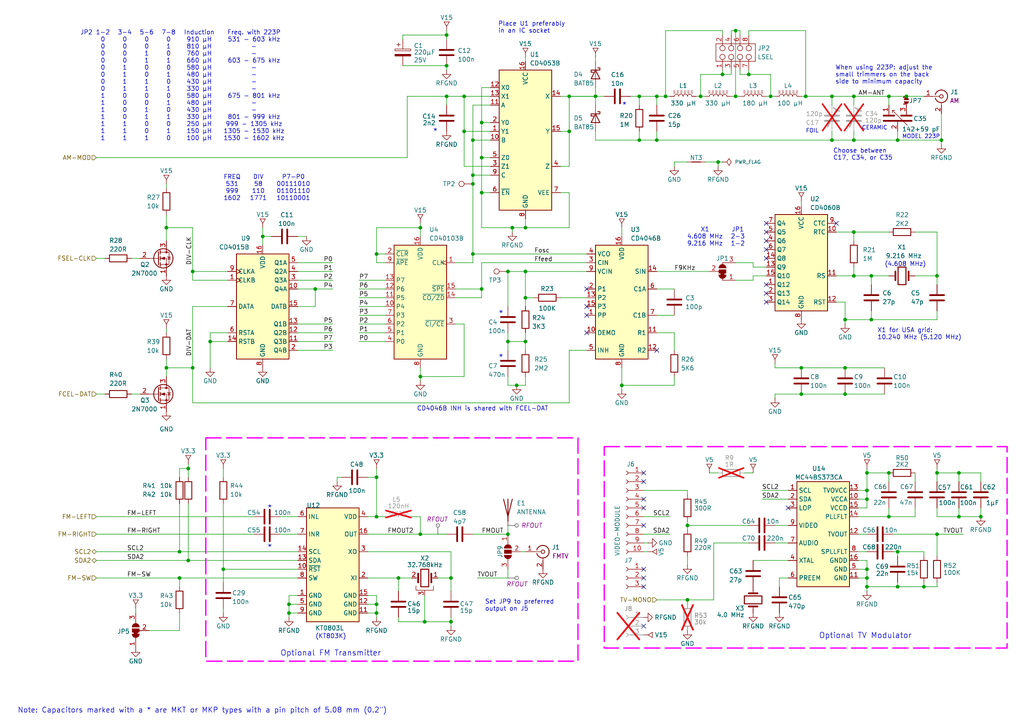
<source format=kicad_sch>
(kicad_sch (version 20231120) (generator "eeschema") (generator_version "8.0")
  (paper "A4")
  (title_block (title "ESP32 Micro Radio Station") (date "2024-04-26") (rev "1.7") (company "RF"))
  (lib_symbols
    (symbol "!Gloeidraad:15V" (power) (pin_names (offset 0))
      (property "Value" "15V" (at 0 3.556 0))
      (symbol "15V_1_1"
        (pin power_in line (at 0 0 180) (length 0) hide (name "V15") (number "1"))
      )
    )
    (symbol "!Gloeidraad:3V3" (power) (pin_names (offset 0))
      (property "Value" "3V3" (at 0 3.556 0))
      (symbol "3V3_1_1"
        (pin power_in line (at 0 0 180) (length 0) hide (name "V3.3") (number "1"))
      )
    )
    (symbol "!Gloeidraad:5V" (power) (pin_names (offset 0))
      (property "Value" "5V" (at 0 3.556 0))
      (symbol "5V_1_1"
        (pin power_in line (at 0 0 180) (length 0) hide (name "V5") (number "1"))
      )
    )
    (symbol "!Gloeidraad:CD40103"
      (property "Reference" "U" (at 0.254 1.016 0))
      (property "Value" "CD40103" (at 8.89 -35.56 0))
      (symbol "CD40103_1_0"
        (pin input clock (at 17.78 -5.08 180) (length 2.54) (name "CLK") (number "1"))
        (pin input line (at -2.54 -17.78 0) (length 2.54) (name "P4") (number "10"))
        (pin input line (at -2.54 -15.24 0) (length 2.54) (name "P5") (number "11"))
        (pin input line (at -2.54 -12.7 0) (length 2.54) (name "P6") (number "12"))
        (pin input line (at -2.54 -10.16 0) (length 2.54) (name "P7") (number "13"))
        (pin output line (at 17.78 -15.24 180) (length 2.54) (name "~{CO/ZD}") (number "14"))
        (pin input line (at 17.78 -12.7 180) (length 2.54) (name "~{SPE}") (number "15"))
        (pin power_in line (at 7.62 2.54 270) (length 2.54) (name "VDD") (number "16"))
        (pin input line (at -2.54 -2.54 0) (length 2.54) (name "~{CLR}") (number "2"))
        (pin input line (at 17.78 -22.86 180) (length 2.54) (name "~{CI/CE}") (number "3"))
        (pin input line (at -2.54 -27.94 0) (length 2.54) (name "P0") (number "4"))
        (pin input line (at -2.54 -25.4 0) (length 2.54) (name "P1") (number "5"))
        (pin input line (at -2.54 -22.86 0) (length 2.54) (name "P2") (number "6"))
        (pin input line (at -2.54 -20.32 0) (length 2.54) (name "P3") (number "7"))
        (pin power_in line (at 7.62 -35.56 90) (length 2.54) (name "GND") (number "8"))
        (pin input line (at -2.54 -5.08 0) (length 2.54) (name "~{APE}") (number "9"))
      )
    )
    (symbol "!Gloeidraad:CD4015"
      (property "Reference" "U" (at 2.54 0.635 0))
      (property "Value" "CD4015" (at 11.43 -33.02 0))
      (symbol "CD4015_1_0"
        (pin input clock (at 0 -7.62 0) (length 2.54) (name "CLKB") (number "1"))
        (pin output line (at 20.32 -10.16 180) (length 2.54) (name "Q4A") (number "10"))
        (pin output line (at 20.32 -25.4 180) (length 2.54) (name "Q3B") (number "11"))
        (pin output line (at 20.32 -22.86 180) (length 2.54) (name "Q2B") (number "12"))
        (pin output line (at 20.32 -20.32 180) (length 2.54) (name "Q1B") (number "13"))
        (pin input line (at 0 -25.4 0) (length 2.54) (name "RSTB") (number "14"))
        (pin input line (at 20.32 -15.24 180) (length 2.54) (name "DATB") (number "15"))
        (pin power_in line (at 10.16 2.54 270) (length 2.54) (name "VDD") (number "16"))
        (pin output line (at 20.32 -27.94 180) (length 2.54) (name "Q4B") (number "2"))
        (pin output line (at 20.32 -7.62 180) (length 2.54) (name "Q3A") (number "3"))
        (pin output line (at 20.32 -5.08 180) (length 2.54) (name "Q2A") (number "4"))
        (pin output line (at 20.32 -2.54 180) (length 2.54) (name "Q1A") (number "5"))
        (pin input line (at 0 -22.86 0) (length 2.54) (name "RSTA") (number "6"))
        (pin input line (at 0 -15.24 0) (length 2.54) (name "DATA") (number "7"))
        (pin power_in line (at 10.16 -33.02 90) (length 2.54) (name "GND") (number "8"))
        (pin input clock (at 0 -5.08 0) (length 2.54) (name "CLKA") (number "9"))
      )
    )
    (symbol "!Gloeidraad:CD4046"
      (property "Reference" "U" (at -20.066 1.016 0))
      (property "Value" "CD4046" (at -7.874 -35.56 0))
      (symbol "CD4046_1_0"
        (pin output line (at -20.32 -20.32 0) (length 2.54) (name "PP") (number "1"))
        (pin output line (at -20.32 -25.4 0) (length 2.54) (name "DEMO") (number "10"))
        (pin passive line (at 0 -25.4 180) (length 2.54) (name "R1") (number "11"))
        (pin passive line (at 0 -30.48 180) (length 2.54) (name "R2") (number "12"))
        (pin output line (at -20.32 -15.24 0) (length 2.54) (name "P2") (number "13"))
        (pin input line (at 0 -7.62 180) (length 2.54) (name "SIN") (number "14"))
        (pin output line (at -20.32 -17.78 0) (length 2.54) (name "P3") (number "15"))
        (pin power_in line (at -10.16 2.54 270) (length 2.54) (name "VDD") (number "16"))
        (pin output line (at -20.32 -12.7 0) (length 2.54) (name "P1") (number "2"))
        (pin input line (at -20.32 -5.08 0) (length 2.54) (name "CIN") (number "3"))
        (pin output line (at -20.32 -2.54 0) (length 2.54) (name "VCO") (number "4"))
        (pin input line (at -20.32 -30.48 0) (length 2.54) (name "INH") (number "5"))
        (pin passive line (at 0 -12.7 180) (length 2.54) (name "C1A") (number "6"))
        (pin passive line (at 0 -20.32 180) (length 2.54) (name "C1B") (number "7"))
        (pin power_in line (at -10.16 -35.56 90) (length 2.54) (name "GND") (number "8"))
        (pin input line (at -20.32 -7.62 0) (length 2.54) (name "VCIN") (number "9"))
      )
    )
    (symbol "!Gloeidraad:CD4053"
      (property "Reference" "U" (at 0.254 1.016 0))
      (property "Value" "CD4053" (at 9.906 -43.434 0))
      (symbol "CD4053_1_0"
        (pin passive line (at -2.54 -17.78 0) (length 2.54) (name "Y1") (number "1"))
        (pin input line (at -2.54 -20.32 0) (length 2.54) (name "B") (number "10"))
        (pin input line (at -2.54 -10.16 0) (length 2.54) (name "A") (number "11"))
        (pin passive line (at -2.54 -5.08 0) (length 2.54) (name "X0") (number "12"))
        (pin passive line (at -2.54 -7.62 0) (length 2.54) (name "X1") (number "13"))
        (pin passive line (at 17.78 -7.62 180) (length 2.54) (name "X") (number "14"))
        (pin passive line (at 17.78 -17.78 180) (length 2.54) (name "Y") (number "15"))
        (pin power_in line (at 7.62 2.54 270) (length 2.54) (name "VCC") (number "16"))
        (pin passive line (at -2.54 -15.24 0) (length 2.54) (name "Y0") (number "2"))
        (pin passive line (at -2.54 -27.94 0) (length 2.54) (name "Z1") (number "3"))
        (pin passive line (at 17.78 -27.94 180) (length 2.54) (name "Z") (number "4"))
        (pin passive line (at -2.54 -25.4 0) (length 2.54) (name "Z0") (number "5"))
        (pin input line (at -2.54 -35.56 0) (length 2.54) (name "~{EN}") (number "6"))
        (pin power_in line (at 17.78 -35.56 180) (length 2.54) (name "VEE") (number "7"))
        (pin power_in line (at 7.62 -43.18 90) (length 2.54) (name "GND") (number "8"))
        (pin input line (at -2.54 -30.48 0) (length 2.54) (name "C") (number "9"))
      )
    )
    (symbol "!Gloeidraad:CD4060"
      (property "Reference" "U" (at -14.478 1.27 0))
      (property "Value" "CD4060" (at -6.096 -30.48 0))
      (symbol "CD4060_1_0"
        (pin output line (at -17.78 -20.32 0) (length 2.54) (name "Q12") (number "1"))
        (pin passive line (at 2.54 -5.08 180) (length 2.54) (name "RTC") (number "10"))
        (pin input line (at 2.54 -17.78 180) (length 2.54) (name "RS") (number "11"))
        (pin input line (at 2.54 -25.4 180) (length 2.54) (name "RST") (number "12"))
        (pin output line (at -17.78 -15.24 0) (length 2.54) (name "Q9") (number "13"))
        (pin output line (at -17.78 -12.7 0) (length 2.54) (name "Q8") (number "14"))
        (pin output line (at -17.78 -17.78 0) (length 2.54) (name "Q10") (number "15"))
        (pin power_in line (at -7.62 2.54 270) (length 2.54) (name "VCC") (number "16"))
        (pin output line (at -17.78 -22.86 0) (length 2.54) (name "Q13") (number "2"))
        (pin output line (at -17.78 -25.4 0) (length 2.54) (name "Q14") (number "3"))
        (pin output line (at -17.78 -7.62 0) (length 2.54) (name "Q6") (number "4"))
        (pin output line (at -17.78 -5.08 0) (length 2.54) (name "Q5") (number "5"))
        (pin output line (at -17.78 -10.16 0) (length 2.54) (name "Q7") (number "6"))
        (pin output line (at -17.78 -2.54 0) (length 2.54) (name "Q4") (number "7"))
        (pin power_in line (at -7.62 -30.48 90) (length 2.54) (name "GND") (number "8"))
        (pin passive line (at 2.54 -2.54 180) (length 2.54) (name "CTC") (number "9"))
      )
    )
    (symbol "!Gloeidraad:KT0803L"
      (property "Reference" "U" (at 0 0 0))
      (property "Value" "KT0803L" (at 0 -35.56 0))
      (symbol "KT0803L_1_0"
        (pin power_in line (at -2.54 -25.4 0) (length 2.54) (name "GND") (number "1"))
        (pin passive line (at -2.54 -17.78 0) (length 2.54) (name "~{RST}") (number "10"))
        (pin power_in line (at 17.78 -30.48 180) (length 2.54) (name "GND") (number "11"))
        (pin power_in line (at 17.78 -27.94 180) (length 2.54) (name "GND") (number "12"))
        (pin passive line (at -2.54 -15.24 0) (length 2.54) (name "SDA") (number "13"))
        (pin passive line (at -2.54 -12.7 0) (length 2.54) (name "SCL") (number "14"))
        (pin power_in line (at 17.78 -25.4 180) (length 2.54) (name "GND") (number "15"))
        (pin passive line (at 17.78 -7.62 180) (length 2.54) (name "OUT") (number "16"))
        (pin passive line (at 17.78 -20.32 180) (length 2.54) (name "XI") (number "2"))
        (pin passive line (at 17.78 -12.7 180) (length 2.54) (name "XO") (number "3"))
        (pin power_in line (at 17.78 -2.54 180) (length 2.54) (name "VDD") (number "4"))
        (pin power_in line (at -2.54 -27.94 0) (length 2.54) (name "GND") (number "5"))
        (pin passive line (at -2.54 -2.54 0) (length 2.54) (name "INL") (number "6"))
        (pin passive line (at -2.54 -7.62 0) (length 2.54) (name "INR") (number "7"))
        (pin passive line (at -2.54 -20.32 0) (length 2.54) (name "SW") (number "8"))
        (pin power_in line (at -2.54 -30.48 0) (length 2.54) (name "GND") (number "9"))
      )
    )
    (symbol "!Gloeidraad:MC44BS373CA"
      (property "Reference" "U" (at -0.635 16.51 0))
      (property "Value" "KT0803L" (at -5.08 -17.78 0))
      (symbol "MC44BS373CA_1_0"
        (pin passive line (at -10.16 12.7 0) (length 2.54) (name "SCL") (number "1"))
        (pin power_in line (at 10.16 10.16 180) (length 2.54) (name "VCCA") (number "10"))
        (pin power_in line (at 10.16 -12.7 180) (length 2.54) (name "GND") (number "11"))
        (pin passive line (at 10.16 0 180) (length 2.54) (name "TVOUT") (number "12"))
        (pin power_in line (at 10.16 12.7 180) (length 2.54) (name "TVOVCC") (number "13"))
        (pin passive line (at 10.16 5.08 180) (length 2.54) (name "PLLFLT") (number "14"))
        (pin power_in line (at 10.16 7.62 180) (length 2.54) (name "VCCD") (number "15"))
        (pin power_in line (at 10.16 -7.62 180) (length 2.54) (name "GNDD") (number "16"))
        (pin passive line (at -10.16 10.16 0) (length 2.54) (name "SDA") (number "2"))
        (pin passive line (at -10.16 7.62 0) (length 2.54) (name "LOP") (number "3"))
        (pin passive line (at -10.16 -7.62 0) (length 2.54) (name "XTAL") (number "4"))
        (pin power_in line (at 10.16 -10.16 180) (length 2.54) (name "GND") (number "5"))
        (pin passive line (at -10.16 -12.7 0) (length 2.54) (name "PREEM") (number "6"))
        (pin passive line (at -10.16 -2.54 0) (length 2.54) (name "AUDIO") (number "7"))
        (pin passive line (at 10.16 -5.08 180) (length 2.54) (name "SPLLFLT") (number "8"))
        (pin passive line (at -10.16 2.54 0) (length 2.54) (name "VIDEO") (number "9"))
      )
    )
    (symbol "!Gloeidraad:PIN-HEADER-2x04"
      (property "Reference" "J" (at -0.635 6.35 0))
      (property "Value" "PIN-HEADER-2x04" (at -6.35 -7.62 0))
      (symbol "PIN-HEADER-2x04_1_0"
        (pin passive line (at -5.08 3.81 0) (length 2.54) (name "1") (number "1"))
        (pin passive line (at 5.08 3.81 180) (length 2.54) (name "2") (number "2"))
        (pin passive line (at -5.08 1.27 0) (length 2.54) (name "3") (number "3"))
        (pin passive line (at 5.08 1.27 180) (length 2.54) (name "4") (number "4"))
        (pin passive line (at -5.08 -1.27 0) (length 2.54) (name "5") (number "5"))
        (pin passive line (at 5.08 -1.27 180) (length 2.54) (name "6") (number "6"))
        (pin passive line (at -5.08 -3.81 0) (length 2.54) (name "7") (number "7"))
        (pin passive line (at 5.08 -3.81 180) (length 2.54) (name "8") (number "8"))
      )
    )
    (symbol "!Gloeidraad:RFGND" (power) (pin_names (offset 0))
      (property "Value" "RFGND" (at 0 -3.81 0))
      (symbol "RFGND_1_1"
        (pin power_in line (at 0 0 270) (length 0) hide (name "RFGND") (number "1"))
      )
    )
    (symbol "!Gloeidraad:SolderJumper_3_Bridged12_B" (pin_names (offset 0) hide)
      (property "Reference" "JP1" (at 4.064 0 90))
      (symbol "SolderJumper_3_Bridged12_B_1_1"
        (pin passive line (at -2.54 3.81 270) (length 2.54) (name "A") (number "1"))
        (pin passive line (at 0 -3.81 90) (length 2.54) (name "C") (number "2"))
        (pin passive line (at 2.54 3.81 270) (length 2.54) (name "B") (number "3"))
      )
    )
    (symbol "!Gloeidraad:SolderJumper_Mini_2_Open" (pin_names (offset 0) hide)
      (property "Reference" "JP" (at 0.254 2.032 0))
      (property "Value" "SolderJumper_Mini_2_Open" (at 0 -2.54 0))
      (symbol "SolderJumper_Mini_2_Open_1_1"
        (pin passive line (at -1.27 0 0) (length 0.635) (name "A") (number "1"))
        (pin passive line (at 1.27 0 180) (length 0.635) (name "") (number "2"))
      )
    )
    (symbol "Connector:Conn_01x03_Socket" (pin_names (offset 1.016) hide)
      (property "Reference" "J" (at 0 5.08 0))
      (property "Value" "Conn_01x03_Socket" (at 0 -5.08 0))
      (symbol "Conn_01x03_Socket_1_1"
        (pin passive line (at -5.08 2.54 0) (length 3.81) (name "Pin_1") (number "1"))
        (pin passive line (at -5.08 0 0) (length 3.81) (name "Pin_2") (number "2"))
        (pin passive line (at -5.08 -2.54 0) (length 3.81) (name "Pin_3") (number "3"))
      )
    )
    (symbol "Connector:Conn_01x10_Socket" (pin_names (offset 1.016) hide)
      (property "Reference" "J" (at 0 12.7 0))
      (property "Value" "Conn_01x10_Socket" (at 0 -15.24 0))
      (symbol "Conn_01x10_Socket_1_1"
        (pin passive line (at -5.08 10.16 0) (length 3.81) (name "Pin_1") (number "1"))
        (pin passive line (at -5.08 -12.7 0) (length 3.81) (name "Pin_10") (number "10"))
        (pin passive line (at -5.08 7.62 0) (length 3.81) (name "Pin_2") (number "2"))
        (pin passive line (at -5.08 5.08 0) (length 3.81) (name "Pin_3") (number "3"))
        (pin passive line (at -5.08 2.54 0) (length 3.81) (name "Pin_4") (number "4"))
        (pin passive line (at -5.08 0 0) (length 3.81) (name "Pin_5") (number "5"))
        (pin passive line (at -5.08 -2.54 0) (length 3.81) (name "Pin_6") (number "6"))
        (pin passive line (at -5.08 -5.08 0) (length 3.81) (name "Pin_7") (number "7"))
        (pin passive line (at -5.08 -7.62 0) (length 3.81) (name "Pin_8") (number "8"))
        (pin passive line (at -5.08 -10.16 0) (length 3.81) (name "Pin_9") (number "9"))
      )
    )
    (symbol "Connector:Conn_Coaxial" (pin_names (offset 1.016) hide)
      (property "Reference" "J" (at 0.254 3.048 0))
      (property "Value" "Conn_Coaxial" (at 2.921 0 90))
      (symbol "Conn_Coaxial_1_1"
        (pin passive line (at -5.08 0 0) (length 2.54) (name "In") (number "1"))
        (pin passive line (at 0 -5.08 90) (length 2.54) (name "Ext") (number "2"))
      )
    )
    (symbol "Connector:TestPoint" (pin_numbers hide) (pin_names (offset 0.762) hide)
      (property "Reference" "TP" (at 0 6.858 0))
      (property "Value" "TestPoint" (at 0 5.08 0))
      (symbol "TestPoint_1_1"
        (pin passive line (at 0 0 90) (length 2.54) (name "1") (number "1"))
      )
    )
    (symbol "Device:Antenna" (pin_numbers hide) (pin_names (offset 1.016) hide)
      (property "Reference" "AE" (at -1.905 1.905 0))
      (property "Value" "Antenna" (at -1.905 0 0))
      (symbol "Antenna_1_1"
        (pin input line (at 0 -5.08 90) (length 2.54) (name "A") (number "1"))
      )
    )
    (symbol "Device:C" (pin_numbers hide) (pin_names (offset 0.254))
      (property "Reference" "C" (at 0.635 2.54 0))
      (property "Value" "C" (at 0.635 -2.54 0))
      (symbol "C_1_1"
        (pin passive line (at 0 3.81 270) (length 2.794) (name "~") (number "1"))
        (pin passive line (at 0 -3.81 90) (length 2.794) (name "~") (number "2"))
      )
    )
    (symbol "Device:C_Polarized" (pin_numbers hide) (pin_names (offset 0.254))
      (property "Reference" "C" (at 0.635 2.54 0))
      (property "Value" "C_Polarized" (at 0.635 -2.54 0))
      (symbol "C_Polarized_1_1"
        (pin passive line (at 0 3.81 270) (length 2.794) (name "~") (number "1"))
        (pin passive line (at 0 -3.81 90) (length 2.794) (name "~") (number "2"))
      )
    )
    (symbol "Device:C_Trim" (pin_numbers hide) (pin_names (offset 0.254) hide)
      (property "Reference" "C" (at 1.524 -2.032 0))
      (property "Value" "C_Trim" (at 3.048 -3.556 0))
      (symbol "C_Trim_1_1"
        (pin passive line (at 0 3.81 270) (length 3.048) (name "~") (number "1"))
        (pin passive line (at 0 -3.81 90) (length 3.048) (name "~") (number "2"))
      )
    )
    (symbol "Device:C_Trim_Differential" (pin_names (offset 0.254) hide)
      (property "Reference" "C" (at 5.08 1.27 0))
      (property "Value" "C_Trim_Differential" (at 5.08 -0.635 0))
      (symbol "C_Trim_Differential_1_1"
        (pin passive line (at -2.54 3.81 270) (length 2.54) (name "~") (number "1"))
        (pin passive line (at 0 -3.81 90) (length 2.54) (name "~") (number "2"))
        (pin passive line (at 2.54 3.81 270) (length 2.54) (name "~") (number "3"))
      )
    )
    (symbol "Device:Crystal" (pin_numbers hide) (pin_names (offset 1.016) hide)
      (property "Reference" "Y" (at 0 3.81 0))
      (property "Value" "Crystal" (at 0 -3.81 0))
      (symbol "Crystal_1_1"
        (pin passive line (at -3.81 0 0) (length 1.27) (name "1") (number "1"))
        (pin passive line (at 3.81 0 180) (length 1.27) (name "2") (number "2"))
      )
    )
    (symbol "Device:Crystal_GND3" (pin_names (offset 1.016) hide)
      (property "Reference" "Y" (at 0 5.715 0))
      (property "Value" "Crystal_GND3" (at 0 3.81 0))
      (symbol "Crystal_GND3_1_1"
        (pin passive line (at -3.81 0 0) (length 1.27) (name "1") (number "1"))
        (pin passive line (at 3.81 0 180) (length 1.27) (name "2") (number "2"))
        (pin passive line (at 0 -5.08 90) (length 1.27) (name "3") (number "3"))
      )
    )
    (symbol "Device:L_Ferrite" (pin_numbers hide) (pin_names (offset 1.016) hide)
      (property "Reference" "L" (at -1.27 0 90))
      (property "Value" "L_Ferrite" (at 2.794 0 90))
      (symbol "L_Ferrite_1_1"
        (pin passive line (at 0 3.81 270) (length 1.27) (name "1") (number "1"))
        (pin passive line (at 0 -3.81 90) (length 1.27) (name "2") (number "2"))
      )
    )
    (symbol "Device:NetTie_2" (pin_numbers hide) (pin_names (offset 0) hide) (in_bom no)
      (property "Reference" "NT" (at 0 1.27 0))
      (property "Value" "NetTie_2" (at 0 -1.27 0))
      (symbol "NetTie_2_1_1"
        (pin passive line (at -2.54 0 0) (length 2.54) (name "1") (number "1"))
        (pin passive line (at 2.54 0 180) (length 2.54) (name "2") (number "2"))
      )
    )
    (symbol "Device:R" (pin_numbers hide) (pin_names (offset 0))
      (property "Reference" "R" (at 2.032 0 90))
      (property "Value" "R" (at 0 0 90))
      (symbol "R_1_1"
        (pin passive line (at 0 3.81 270) (length 1.27) (name "~") (number "1"))
        (pin passive line (at 0 -3.81 90) (length 1.27) (name "~") (number "2"))
      )
    )
    (symbol "Diode:BAT85" (pin_numbers hide) (pin_names (offset 1.016) hide)
      (property "Reference" "D" (at 0 2.54 0))
      (property "Value" "BAT85" (at 0 -2.54 0))
      (symbol "BAT85_1_1"
        (pin passive line (at -3.81 0 0) (length 2.54) (name "K") (number "1"))
        (pin passive line (at 3.81 0 180) (length 2.54) (name "A") (number "2"))
      )
    )
    (symbol "Jumper:SolderJumper_3_Bridged12" (pin_names (offset 0) hide)
      (property "Reference" "JP" (at -2.54 -2.54 0))
      (property "Value" "SolderJumper_3_Bridged12" (at 0 2.794 0))
      (symbol "SolderJumper_3_Bridged12_1_1"
        (pin passive line (at -5.08 0 0) (length 2.54) (name "A") (number "1"))
        (pin passive line (at 0 -3.81 90) (length 2.54) (name "C") (number "2"))
        (pin passive line (at 5.08 0 180) (length 2.54) (name "B") (number "3"))
      )
    )
    (symbol "Jumper:SolderJumper_3_Open" (pin_names (offset 0) hide)
      (property "Reference" "JP" (at -2.54 -2.54 0))
      (property "Value" "SolderJumper_3_Open" (at 0 2.794 0))
      (symbol "SolderJumper_3_Open_1_1"
        (pin passive line (at -5.08 0 0) (length 2.54) (name "A") (number "1"))
        (pin passive line (at 0 -3.81 90) (length 2.54) (name "C") (number "2"))
        (pin passive line (at 5.08 0 180) (length 2.54) (name "B") (number "3"))
      )
    )
    (symbol "Transistor_FET:2N7000" (pin_names hide)
      (property "Reference" "Q" (at 5.08 1.905 0))
      (property "Value" "2N7000" (at 5.08 0 0))
      (symbol "2N7000_1_1"
        (pin passive line (at 2.54 -5.08 90) (length 2.54) (name "S") (number "1"))
        (pin input line (at -5.08 0 0) (length 2.54) (name "G") (number "2"))
        (pin passive line (at 2.54 5.08 270) (length 2.54) (name "D") (number "3"))
      )
    )
    (symbol "power:GND" (power) (pin_numbers hide) (pin_names (offset 0) hide)
      (property "Value" "GND" (at 0 -3.81 0))
      (symbol "GND_1_1"
        (pin power_in line (at 0 0 270) (length 0) (name "~") (number "1"))
      )
    )
    (symbol "power:PWR_FLAG" (power) (pin_numbers hide) (pin_names (offset 0) hide)
      (property "Value" "PWR_FLAG" (at 0 3.81 0))
      (symbol "PWR_FLAG_0_0"
        (pin power_out line (at 0 0 90) (length 0) (name "~") (number "1"))
      )
    )
  )
  (junction (at 260.35 40.64))
  (junction (at 91.44 83.82))
  (junction (at 55.88 78.74))
  (junction (at 190.5 27.94))
  (junction (at 233.68 27.94))
  (junction (at 165.1 38.1))
  (junction (at 217.17 21.59))
  (junction (at 251.46 144.78))
  (junction (at 109.22 138.43))
  (junction (at 137.16 73.66))
  (junction (at 247.65 40.64))
  (junction (at 185.42 40.64))
  (junction (at 137.16 50.8))
  (junction (at 260.35 170.18))
  (junction (at 193.04 27.94))
  (junction (at 223.52 27.94))
  (junction (at 257.81 149.86))
  (junction (at 185.42 27.94))
  (junction (at 251.46 167.64))
  (junction (at 251.46 165.1))
  (junction (at 137.16 40.64))
  (junction (at 149.86 111.76))
  (junction (at 267.97 170.18))
  (junction (at 83.82 175.26))
  (junction (at 139.7 83.82))
  (junction (at 271.78 154.94))
  (junction (at 252.73 92.71))
  (junction (at 251.46 170.18))
  (junction (at 129.54 27.94))
  (junction (at 60.96 99.06))
  (junction (at 139.7 35.56))
  (junction (at 190.5 40.64))
  (junction (at 121.92 154.94))
  (junction (at 213.36 27.94))
  (junction (at 199.39 152.4))
  (junction (at 180.34 111.76))
  (junction (at 152.4 78.74))
  (junction (at 247.65 80.01))
  (junction (at 251.46 137.16))
  (junction (at 64.77 165.1))
  (junction (at 123.19 180.34))
  (junction (at 251.46 142.24))
  (junction (at 48.26 66.04))
  (junction (at 109.22 149.86))
  (junction (at 109.22 177.8))
  (junction (at 129.54 19.05))
  (junction (at 260.35 160.02))
  (junction (at 252.73 80.01))
  (junction (at 271.78 137.16))
  (junction (at 165.1 27.94))
  (junction (at 152.4 99.06))
  (junction (at 130.81 167.64))
  (junction (at 209.55 21.59))
  (junction (at 137.16 53.34))
  (junction (at 147.32 78.74))
  (junction (at 278.13 137.16))
  (junction (at 48.26 106.68))
  (junction (at 241.3 27.94))
  (junction (at 147.32 154.94))
  (junction (at 134.62 27.94))
  (junction (at 152.4 66.04))
  (junction (at 203.2 27.94))
  (junction (at 54.61 135.89))
  (junction (at 54.61 162.56))
  (junction (at 52.07 160.02))
  (junction (at 115.57 167.64))
  (junction (at 121.92 66.04))
  (junction (at 213.36 8.89))
  (junction (at 232.41 114.3))
  (junction (at 257.81 137.16))
  (junction (at 199.39 173.99))
  (junction (at 271.78 80.01))
  (junction (at 147.32 99.06))
  (junction (at 109.22 73.66))
  (junction (at 121.92 109.22))
  (junction (at 232.41 106.68))
  (junction (at 152.4 86.36))
  (junction (at 129.54 10.16))
  (junction (at 172.72 27.94))
  (junction (at 257.81 27.94))
  (junction (at 241.3 40.64))
  (junction (at 245.11 106.68))
  (junction (at 247.65 27.94))
  (junction (at 208.28 46.99))
  (junction (at 278.13 149.86))
  (junction (at 262.89 27.94))
  (junction (at 245.11 92.71))
  (junction (at 273.05 40.64))
  (junction (at 52.07 167.64))
  (junction (at 245.11 114.3))
  (junction (at 130.81 180.34))
  (junction (at 247.65 67.31))
  (junction (at 139.7 45.72))
  (junction (at 83.82 177.8))
  (junction (at 134.62 38.1))
  (junction (at 148.59 66.04))
  (junction (at 55.88 106.68))
  (junction (at 284.48 149.86))
  (junction (at 109.22 175.26))
  (junction (at 76.2 68.58))
  (junction (at 139.7 55.88))
  (no_connect (at 186.69 165.1))
  (no_connect (at 222.25 72.39))
  (no_connect (at 186.69 139.7))
  (no_connect (at 222.25 67.31))
  (no_connect (at 186.69 181.61))
  (no_connect (at 186.69 137.16))
  (no_connect (at 186.69 152.4))
  (no_connect (at 186.69 170.18))
  (no_connect (at 170.18 91.44))
  (no_connect (at 222.25 69.85))
  (no_connect (at 222.25 82.55))
  (no_connect (at 222.25 74.93))
  (no_connect (at 186.69 167.64))
  (no_connect (at 242.57 64.77))
  (no_connect (at 222.25 64.77))
  (no_connect (at 170.18 83.82))
  (no_connect (at 228.6 147.32))
  (no_connect (at 170.18 96.52))
  (no_connect (at 186.69 144.78))
  (no_connect (at 222.25 87.63))
  (no_connect (at 190.5 101.6))
  (no_connect (at 186.69 147.32))
  (no_connect (at 222.25 85.09))
  (no_connect (at 170.18 88.9))
  (wire (pts (xy 139.7 83.82) (xy 139.7 76.2)) (stroke (width 0.15)))
  (wire (pts (xy 199.39 151.13) (xy 199.39 152.4)))
  (wire (pts (xy 165.1 27.94) (xy 172.72 27.94)) (stroke (width 0.15)))
  (wire (pts (xy 137.16 73.66) (xy 170.18 73.66)) (stroke (width 0.15)))
  (wire (pts (xy 271.78 67.31) (xy 265.43 67.31)) (stroke (width 0.15)))
  (wire (pts (xy 121.92 149.86) (xy 121.92 154.94)))
  (wire (pts (xy 27.94 74.93) (xy 30.48 74.93)) (stroke (width 0.15)))
  (wire (pts (xy 265.43 149.86) (xy 265.43 147.32)))
  (wire (pts (xy 271.78 90.17) (xy 271.78 92.71)) (stroke (width 0.15)))
  (wire (pts (xy 147.32 99.06) (xy 147.32 96.52)) (stroke (width 0.15)))
  (wire (pts (xy 278.13 137.16) (xy 278.13 139.7)))
  (wire (pts (xy 123.19 180.34) (xy 130.81 180.34)))
  (wire (pts (xy 209.55 20.32) (xy 209.55 21.59)))
  (wire (pts (xy 257.81 149.86) (xy 265.43 149.86)))
  (wire (pts (xy 209.55 46.99) (xy 208.28 46.99)))
  (wire (pts (xy 91.44 88.9) (xy 86.36 88.9)) (stroke (width 0.15)))
  (wire (pts (xy 267.97 170.18) (xy 271.78 170.18)))
  (wire (pts (xy 121.92 109.22) (xy 121.92 110.49)))
  (wire (pts (xy 76.2 68.58) (xy 76.2 71.12)) (stroke (width 0.15)))
  (wire (pts (xy 260.35 170.18) (xy 267.97 170.18)))
  (wire (pts (xy 203.2 27.94) (xy 203.2 21.59)) (stroke (width 0.15)))
  (wire (pts (xy 248.92 167.64) (xy 251.46 167.64)))
  (wire (pts (xy 273.05 33.02) (xy 273.05 40.64)) (stroke (width 0.15)))
  (wire (pts (xy 214.63 10.16) (xy 214.63 8.89)))
  (wire (pts (xy 217.17 21.59) (xy 223.52 21.59)))
  (wire (pts (xy 199.39 175.26) (xy 199.39 173.99)))
  (wire (pts (xy 109.22 179.07) (xy 109.22 177.8)) (stroke (width 0.15)))
  (wire (pts (xy 207.01 157.48) (xy 217.17 157.48)))
  (wire (pts (xy 137.16 40.64) (xy 142.24 40.64)) (stroke (width 0.15)))
  (wire (pts (xy 86.36 99.06) (xy 96.52 99.06)))
  (wire (pts (xy 54.61 134.62) (xy 54.61 135.89)))
  (wire (pts (xy 152.4 111.76) (xy 152.4 109.22)) (stroke (width 0.15)))
  (wire (pts (xy 55.88 106.68) (xy 48.26 106.68)) (stroke (width 0.15)))
  (wire (pts (xy 218.44 81.28) (xy 218.44 80.01)))
  (wire (pts (xy 129.54 10.16) (xy 129.54 11.43)))
  (wire (pts (xy 130.81 171.45) (xy 130.81 167.64)) (stroke (width 0.15)))
  (wire (pts (xy 165.1 55.88) (xy 162.56 55.88)) (stroke (width 0.15)))
  (wire (pts (xy 130.81 180.34) (xy 130.81 181.61)))
  (wire (pts (xy 251.46 154.94) (xy 248.92 154.94)))
  (wire (pts (xy 247.65 27.94) (xy 257.81 27.94)) (stroke (width 0.15)))
  (wire (pts (xy 55.88 106.68) (xy 55.88 116.84)) (stroke (width 0.15)))
  (wire (pts (xy 121.92 106.68) (xy 121.92 109.22)) (stroke (width 0.15)))
  (wire (pts (xy 165.1 48.26) (xy 165.1 38.1)) (stroke (width 0.15)))
  (wire (pts (xy 186.69 142.24) (xy 199.39 142.24)))
  (wire (pts (xy 208.28 46.99) (xy 204.47 46.99)))
  (wire (pts (xy 271.78 168.91) (xy 271.78 170.18)))
  (wire (pts (xy 52.07 160.02) (xy 86.36 160.02)) (stroke (width 0.15)))
  (wire (pts (xy 212.09 27.94) (xy 213.36 27.94)) (stroke (width 0.15)))
  (wire (pts (xy 187.96 160.02) (xy 186.69 160.02)))
  (wire (pts (xy 278.13 149.86) (xy 284.48 149.86)))
  (wire (pts (xy 241.3 38.1) (xy 241.3 40.64)) (stroke (width 0.15)))
  (wire (pts (xy 245.11 92.71) (xy 252.73 92.71)) (stroke (width 0.15)))
  (wire (pts (xy 271.78 92.71) (xy 252.73 92.71)) (stroke (width 0.15)))
  (wire (pts (xy 252.73 92.71) (xy 252.73 90.17)) (stroke (width 0.15)))
  (wire (pts (xy 271.78 147.32) (xy 271.78 149.86)))
  (wire (pts (xy 60.96 106.68) (xy 60.96 99.06)) (stroke (width 0.15)))
  (wire (pts (xy 154.94 86.36) (xy 152.4 86.36)) (stroke (width 0.15)))
  (wire (pts (xy 121.92 109.22) (xy 134.62 109.22)) (stroke (width 0.15)))
  (wire (pts (xy 132.08 86.36) (xy 139.7 86.36)) (stroke (width 0.15)))
  (wire (pts (xy 55.88 88.9) (xy 66.04 88.9)) (stroke (width 0.15)))
  (wire (pts (xy 152.4 86.36) (xy 152.4 78.74)) (stroke (width 0.15)))
  (wire (pts (xy 217.17 20.32) (xy 217.17 21.59)))
  (wire (pts (xy 228.6 162.56) (xy 218.44 162.56)))
  (wire (pts (xy 106.68 138.43) (xy 109.22 138.43)))
  (wire (pts (xy 60.96 99.06) (xy 66.04 99.06)) (stroke (width 0.15)))
  (wire (pts (xy 43.18 182.88) (xy 52.07 182.88)) (stroke (width 0.15)))
  (wire (pts (xy 137.16 53.34) (xy 137.16 73.66)) (stroke (width 0.15)))
  (wire (pts (xy 209.55 8.89) (xy 193.04 8.89)))
  (wire (pts (xy 76.2 68.58) (xy 78.74 68.58)))
  (wire (pts (xy 152.4 88.9) (xy 152.4 86.36)) (stroke (width 0.15)))
  (wire (pts (xy 147.32 88.9) (xy 147.32 78.74)) (stroke (width 0.15)))
  (wire (pts (xy 212.09 8.89) (xy 212.09 10.16)))
  (wire (pts (xy 226.06 167.64) (xy 226.06 170.18)))
  (wire (pts (xy 142.24 30.48) (xy 137.16 30.48)) (stroke (width 0.15)))
  (wire (pts (xy 142.24 50.8) (xy 137.16 50.8)) (stroke (width 0.15)))
  (wire (pts (xy 182.88 27.94) (xy 185.42 27.94)) (stroke (width 0.15)))
  (wire (pts (xy 152.4 63.5) (xy 152.4 66.04)) (stroke (width 0.15)))
  (wire (pts (xy 111.76 91.44) (xy 104.14 91.44)) (stroke (width 0.15)))
  (wire (pts (xy 180.34 111.76) (xy 195.58 111.76)) (stroke (width 0.15)))
  (wire (pts (xy 129.54 10.16) (xy 129.54 8.89)))
  (wire (pts (xy 121.92 154.94) (xy 129.54 154.94)))
  (wire (pts (xy 251.46 167.64) (xy 251.46 170.18)))
  (wire (pts (xy 115.57 167.64) (xy 119.38 167.64)) (stroke (width 0.15)))
  (wire (pts (xy 27.94 154.94) (xy 73.66 154.94)) (stroke (width 0.15)))
  (wire (pts (xy 218.44 77.47) (xy 218.44 76.2)) (stroke (width 0.15)))
  (wire (pts (xy 257.81 137.16) (xy 257.81 139.7)))
  (wire (pts (xy 39.37 176.53) (xy 39.37 177.8)))
  (wire (pts (xy 273.05 40.64) (xy 273.05 41.91)))
  (wire (pts (xy 251.46 170.18) (xy 251.46 171.45)))
  (wire (pts (xy 147.32 152.4) (xy 147.32 154.94)) (stroke (width 0.15)))
  (wire (pts (xy 242.57 80.01) (xy 247.65 80.01)) (stroke (width 0.15)))
  (wire (pts (xy 185.42 40.64) (xy 185.42 38.1)) (stroke (width 0.15)))
  (wire (pts (xy 111.76 73.66) (xy 109.22 73.66)) (stroke (width 0.15)))
  (wire (pts (xy 86.36 81.28) (xy 96.52 81.28)))
  (wire (pts (xy 111.76 99.06) (xy 104.14 99.06)) (stroke (width 0.15)))
  (wire (pts (xy 48.26 53.34) (xy 48.26 54.61)) (stroke (width 0.15)))
  (wire (pts (xy 139.7 66.04) (xy 148.59 66.04)) (stroke (width 0.15)))
  (wire (pts (xy 151.13 160.02) (xy 152.4 160.02)))
  (wire (pts (xy 66.04 96.52) (xy 60.96 96.52)) (stroke (width 0.15)))
  (wire (pts (xy 224.79 105.41) (xy 224.79 106.68)) (stroke (width 0.15)))
  (wire (pts (xy 180.34 106.68) (xy 180.34 111.76)) (stroke (width 0.15)))
  (wire (pts (xy 55.88 66.04) (xy 55.88 78.74)) (stroke (width 0.15)))
  (wire (pts (xy 109.22 172.72) (xy 109.22 175.26)) (stroke (width 0.15)))
  (wire (pts (xy 262.89 27.94) (xy 267.97 27.94)) (stroke (width 0.15)))
  (wire (pts (xy 271.78 80.01) (xy 271.78 67.31)) (stroke (width 0.15)))
  (wire (pts (xy 278.13 147.32) (xy 278.13 149.86)))
  (wire (pts (xy 185.42 30.48) (xy 185.42 27.94)) (stroke (width 0.15)))
  (wire (pts (xy 81.28 154.94) (xy 86.36 154.94)))
  (wire (pts (xy 222.25 27.94) (xy 223.52 27.94)) (stroke (width 0.15)))
  (wire (pts (xy 267.97 160.02) (xy 260.35 160.02)))
  (wire (pts (xy 111.76 96.52) (xy 104.14 96.52)) (stroke (width 0.15)))
  (wire (pts (xy 260.35 160.02) (xy 260.35 161.29)))
  (wire (pts (xy 30.48 114.3) (xy 27.94 114.3)) (stroke (width 0.15)))
  (wire (pts (xy 165.1 101.6) (xy 165.1 116.84)) (stroke (width 0.15)))
  (wire (pts (xy 138.43 167.64) (xy 147.32 167.64)))
  (wire (pts (xy 134.62 38.1) (xy 134.62 27.94)) (stroke (width 0.15)))
  (wire (pts (xy 190.5 27.94) (xy 193.04 27.94)) (stroke (width 0.15)))
  (wire (pts (xy 194.31 154.94) (xy 186.69 154.94)))
  (wire (pts (xy 115.57 180.34) (xy 123.19 180.34)) (stroke (width 0.15)))
  (wire (pts (xy 106.68 149.86) (xy 109.22 149.86)) (stroke (width 0.15)))
  (wire (pts (xy 134.62 109.22) (xy 134.62 93.98)) (stroke (width 0.15)))
  (wire (pts (xy 48.26 106.68) (xy 48.26 107.95)) (stroke (width 0.15)))
  (wire (pts (xy 222.25 80.01) (xy 218.44 80.01)) (stroke (width 0.15)))
  (wire (pts (xy 48.26 64.77) (xy 48.26 62.23)) (stroke (width 0.15)))
  (wire (pts (xy 185.42 40.64) (xy 172.72 40.64)) (stroke (width 0.15)))
  (wire (pts (xy 224.79 114.3) (xy 224.79 115.57)))
  (wire (pts (xy 190.5 83.82) (xy 195.58 83.82)) (stroke (width 0.15)))
  (wire (pts (xy 109.22 73.66) (xy 109.22 76.2)) (stroke (width 0.15)))
  (wire (pts (xy 199.39 161.29) (xy 199.39 163.83)))
  (wire (pts (xy 199.39 142.24) (xy 199.39 143.51)))
  (wire (pts (xy 213.36 27.94) (xy 214.63 27.94)) (stroke (width 0.15)))
  (wire (pts (xy 55.88 88.9) (xy 55.88 106.68)) (stroke (width 0.15)))
  (wire (pts (xy 248.92 149.86) (xy 257.81 149.86)))
  (wire (pts (xy 48.26 104.14) (xy 48.26 106.68)) (stroke (width 0.15)))
  (wire (pts (xy 214.63 20.32) (xy 214.63 21.59)))
  (wire (pts (xy 247.65 38.1) (xy 247.65 40.64)) (stroke (width 0.15)))
  (wire (pts (xy 81.28 149.86) (xy 86.36 149.86)))
  (wire (pts (xy 116.84 11.43) (xy 116.84 10.16)))
  (wire (pts (xy 247.65 80.01) (xy 252.73 80.01)) (stroke (width 0.15)))
  (wire (pts (xy 248.92 147.32) (xy 251.46 147.32)))
  (wire (pts (xy 132.08 76.2) (xy 137.16 76.2)) (stroke (width 0.15)))
  (wire (pts (xy 83.82 177.8) (xy 83.82 179.07)))
  (wire (pts (xy 111.76 88.9) (xy 104.14 88.9)) (stroke (width 0.15)))
  (wire (pts (xy 172.72 27.94) (xy 172.72 30.48)))
  (wire (pts (xy 248.92 162.56) (xy 251.46 162.56)))
  (wire (pts (xy 245.11 87.63) (xy 242.57 87.63)) (stroke (width 0.15)))
  (wire (pts (xy 247.65 40.64) (xy 260.35 40.64)) (stroke (width 0.15)))
  (wire (pts (xy 257.81 147.32) (xy 257.81 149.86)))
  (wire (pts (xy 180.34 111.76) (xy 180.34 113.03)))
  (wire (pts (xy 247.65 77.47) (xy 247.65 80.01)) (stroke (width 0.15)))
  (wire (pts (xy 195.58 46.99) (xy 195.58 48.26)))
  (wire (pts (xy 86.36 172.72) (xy 83.82 172.72)) (stroke (width 0.15)))
  (wire (pts (xy 247.65 30.48) (xy 247.65 27.94)) (stroke (width 0.15)))
  (wire (pts (xy 115.57 167.64) (xy 115.57 171.45)) (stroke (width 0.15)))
  (wire (pts (xy 116.84 19.05) (xy 129.54 19.05)))
  (wire (pts (xy 130.81 160.02) (xy 130.81 167.64)) (stroke (width 0.15)))
  (wire (pts (xy 147.32 99.06) (xy 152.4 99.06)) (stroke (width 0.15)))
  (wire (pts (xy 109.22 138.43) (xy 109.22 149.86)) (stroke (width 0.15)))
  (wire (pts (xy 232.41 114.3) (xy 245.11 114.3)))
  (wire (pts (xy 86.36 93.98) (xy 96.52 93.98)))
  (wire (pts (xy 137.16 50.8) (xy 137.16 53.34)))
  (wire (pts (xy 130.81 179.07) (xy 130.81 180.34)))
  (wire (pts (xy 228.6 167.64) (xy 226.06 167.64)))
  (wire (pts (xy 109.22 175.26) (xy 109.22 177.8)) (stroke (width 0.15)))
  (wire (pts (xy 48.26 66.04) (xy 55.88 66.04)))
  (wire (pts (xy 148.59 66.04) (xy 152.4 66.04)) (stroke (width 0.15)))
  (wire (pts (xy 109.22 66.04) (xy 109.22 73.66)) (stroke (width 0.15)))
  (wire (pts (xy 142.24 45.72) (xy 139.7 45.72)) (stroke (width 0.15)))
  (wire (pts (xy 220.98 142.24) (xy 228.6 142.24)) (stroke (width 0.15)))
  (wire (pts (xy 217.17 8.89) (xy 217.17 10.16)))
  (wire (pts (xy 242.57 67.31) (xy 247.65 67.31)) (stroke (width 0.15)))
  (wire (pts (xy 165.1 66.04) (xy 165.1 55.88)) (stroke (width 0.15)))
  (wire (pts (xy 245.11 92.71) (xy 245.11 93.98)))
  (wire (pts (xy 267.97 161.29) (xy 267.97 160.02)))
  (wire (pts (xy 86.36 76.2) (xy 96.52 76.2)))
  (wire (pts (xy 245.11 92.71) (xy 245.11 87.63)) (stroke (width 0.15)))
  (wire (pts (xy 97.79 138.43) (xy 97.79 139.7)))
  (wire (pts (xy 129.54 30.48) (xy 129.54 27.94)) (stroke (width 0.15)))
  (wire (pts (xy 267.97 170.18) (xy 267.97 168.91)))
  (wire (pts (xy 194.31 149.86) (xy 186.69 149.86)))
  (wire (pts (xy 209.55 8.89) (xy 209.55 10.16)))
  (wire (pts (xy 83.82 175.26) (xy 83.82 177.8)) (stroke (width 0.15)))
  (wire (pts (xy 91.44 83.82) (xy 96.52 83.82)))
  (wire (pts (xy 134.62 27.94) (xy 142.24 27.94)) (stroke (width 0.15)))
  (wire (pts (xy 251.46 162.56) (xy 251.46 165.1)))
  (wire (pts (xy 190.5 30.48) (xy 190.5 27.94)) (stroke (width 0.15)))
  (wire (pts (xy 271.78 149.86) (xy 278.13 149.86)))
  (wire (pts (xy 139.7 25.4) (xy 139.7 35.56)) (stroke (width 0.15)))
  (wire (pts (xy 83.82 172.72) (xy 83.82 175.26)) (stroke (width 0.15)))
  (wire (pts (xy 165.1 27.94) (xy 165.1 38.1)) (stroke (width 0.15)))
  (wire (pts (xy 54.61 162.56) (xy 86.36 162.56)) (stroke (width 0.15)))
  (wire (pts (xy 205.74 137.16) (xy 208.28 137.16)))
  (wire (pts (xy 251.46 160.02) (xy 248.92 160.02)))
  (wire (pts (xy 193.04 8.89) (xy 193.04 27.94)) (stroke (width 0.15)))
  (wire (pts (xy 129.54 20.32) (xy 129.54 19.05)))
  (wire (pts (xy 213.36 8.89) (xy 212.09 8.89)))
  (wire (pts (xy 115.57 180.34) (xy 115.57 179.07)) (stroke (width 0.15)))
  (wire (pts (xy 224.79 114.3) (xy 232.41 114.3)) (stroke (width 0.15)))
  (wire (pts (xy 27.94 167.64) (xy 52.07 167.64)) (stroke (width 0.15)))
  (wire (pts (xy 127 154.94) (xy 129.54 154.94)) (stroke (width 0.15)))
  (wire (pts (xy 127 167.64) (xy 130.81 167.64)))
  (wire (pts (xy 54.61 146.05) (xy 54.61 162.56)) (stroke (width 0.15)))
  (wire (pts (xy 139.7 86.36) (xy 139.7 83.82)) (stroke (width 0.15)))
  (wire (pts (xy 223.52 27.94) (xy 224.79 27.94)) (stroke (width 0.15)))
  (wire (pts (xy 109.22 177.8) (xy 106.68 177.8)) (stroke (width 0.15)))
  (wire (pts (xy 190.5 38.1) (xy 190.5 40.64)) (stroke (width 0.15)))
  (wire (pts (xy 271.78 80.01) (xy 265.43 80.01)) (stroke (width 0.15)))
  (wire (pts (xy 185.42 40.64) (xy 190.5 40.64)) (stroke (width 0.15)))
  (wire (pts (xy 259.08 160.02) (xy 260.35 160.02)))
  (wire (pts (xy 228.6 144.78) (xy 220.98 144.78)) (stroke (width 0.15)))
  (wire (pts (xy 121.92 66.04) (xy 109.22 66.04)) (stroke (width 0.15)))
  (wire (pts (xy 130.81 160.02) (xy 106.68 160.02)) (stroke (width 0.15)))
  (wire (pts (xy 147.32 109.22) (xy 147.32 111.76)) (stroke (width 0.15)))
  (wire (pts (xy 55.88 81.28) (xy 55.88 78.74)) (stroke (width 0.15)))
  (wire (pts (xy 27.94 162.56) (xy 54.61 162.56)) (stroke (width 0.15)))
  (wire (pts (xy 195.58 96.52) (xy 190.5 96.52)) (stroke (width 0.15)))
  (wire (pts (xy 88.9 68.58) (xy 86.36 68.58)) (stroke (width 0.15)))
  (wire (pts (xy 129.54 27.94) (xy 134.62 27.94)) (stroke (width 0.15)))
  (wire (pts (xy 27.94 160.02) (xy 52.07 160.02)) (stroke (width 0.15)))
  (wire (pts (xy 86.36 83.82) (xy 91.44 83.82)) (stroke (width 0.15)))
  (wire (pts (xy 232.41 106.68) (xy 245.11 106.68)))
  (wire (pts (xy 109.22 76.2) (xy 111.76 76.2)) (stroke (width 0.15)))
  (wire (pts (xy 203.2 27.94) (xy 204.47 27.94)) (stroke (width 0.15)))
  (wire (pts (xy 284.48 137.16) (xy 284.48 139.7)))
  (wire (pts (xy 248.92 144.78) (xy 251.46 144.78)))
  (wire (pts (xy 27.94 149.86) (xy 73.66 149.86)) (stroke (width 0.15)))
  (wire (pts (xy 129.54 27.94) (xy 118.11 27.94)) (stroke (width 0.15)))
  (wire (pts (xy 185.42 27.94) (xy 190.5 27.94)) (stroke (width 0.15)))
  (wire (pts (xy 223.52 27.94) (xy 223.52 21.59)) (stroke (width 0.15)))
  (wire (pts (xy 208.28 46.99) (xy 208.28 48.26)))
  (wire (pts (xy 172.72 16.51) (xy 172.72 17.78)))
  (wire (pts (xy 251.46 170.18) (xy 260.35 170.18)))
  (wire (pts (xy 260.35 38.1) (xy 260.35 40.64)) (stroke (width 0.15)))
  (wire (pts (xy 162.56 48.26) (xy 165.1 48.26)) (stroke (width 0.15)))
  (wire (pts (xy 106.68 167.64) (xy 115.57 167.64)) (stroke (width 0.15)))
  (wire (pts (xy 271.78 137.16) (xy 278.13 137.16)))
  (wire (pts (xy 186.69 157.48) (xy 187.96 157.48)))
  (wire (pts (xy 149.86 111.76) (xy 152.4 111.76)) (stroke (width 0.15)))
  (wire (pts (xy 195.58 46.99) (xy 199.39 46.99)))
  (wire (pts (xy 271.78 154.94) (xy 271.78 161.29)))
  (wire (pts (xy 193.04 27.94) (xy 194.31 27.94)) (stroke (width 0.15)))
  (wire (pts (xy 241.3 27.94) (xy 247.65 27.94)) (stroke (width 0.15)))
  (wire (pts (xy 52.07 182.88) (xy 52.07 177.8)) (stroke (width 0.15)))
  (wire (pts (xy 137.16 50.8) (xy 137.16 40.64)) (stroke (width 0.15)))
  (wire (pts (xy 64.77 177.8) (xy 64.77 176.53)))
  (wire (pts (xy 165.1 116.84) (xy 55.88 116.84)) (stroke (width 0.15)))
  (wire (pts (xy 260.35 168.91) (xy 260.35 170.18)))
  (wire (pts (xy 257.81 27.94) (xy 257.81 30.48)) (stroke (width 0.15)))
  (wire (pts (xy 217.17 8.89) (xy 233.68 8.89)))
  (wire (pts (xy 213.36 76.2) (xy 218.44 76.2)) (stroke (width 0.15)))
  (wire (pts (xy 257.81 67.31) (xy 247.65 67.31)) (stroke (width 0.15)))
  (wire (pts (xy 195.58 111.76) (xy 195.58 109.22)) (stroke (width 0.15)))
  (wire (pts (xy 232.41 27.94) (xy 233.68 27.94)) (stroke (width 0.15)))
  (wire (pts (xy 86.36 175.26) (xy 83.82 175.26)) (stroke (width 0.15)))
  (wire (pts (xy 241.3 27.94) (xy 241.3 30.48)) (stroke (width 0.15)))
  (wire (pts (xy 64.77 146.05) (xy 64.77 165.1)) (stroke (width 0.15)))
  (wire (pts (xy 111.76 81.28) (xy 104.14 81.28)) (stroke (width 0.15)))
  (wire (pts (xy 217.17 21.59) (xy 214.63 21.59)) (stroke (width 0.15)))
  (wire (pts (xy 64.77 135.89) (xy 64.77 138.43)) (stroke (width 0.15)))
  (wire (pts (xy 199.39 152.4) (xy 199.39 153.67)))
  (wire (pts (xy 195.58 101.6) (xy 195.58 96.52)) (stroke (width 0.15)))
  (wire (pts (xy 60.96 96.52) (xy 60.96 99.06)) (stroke (width 0.15)))
  (wire (pts (xy 48.26 66.04) (xy 48.26 64.77)))
  (wire (pts (xy 213.36 8.89) (xy 213.36 27.94)) (stroke (width 0.15)))
  (wire (pts (xy 38.1 74.93) (xy 40.64 74.93)) (stroke (width 0.15)))
  (wire (pts (xy 123.19 172.72) (xy 123.19 180.34)))
  (wire (pts (xy 111.76 83.82) (xy 104.14 83.82)) (stroke (width 0.15)))
  (wire (pts (xy 233.68 8.89) (xy 233.68 27.94)))
  (wire (pts (xy 134.62 48.26) (xy 134.62 38.1)) (stroke (width 0.15)))
  (wire (pts (xy 109.22 149.86) (xy 111.76 149.86)) (stroke (width 0.15)))
  (wire (pts (xy 172.72 25.4) (xy 172.72 27.94)))
  (wire (pts (xy 175.26 27.94) (xy 172.72 27.94)) (stroke (width 0.15)))
  (wire (pts (xy 224.79 106.68) (xy 232.41 106.68)))
  (wire (pts (xy 83.82 177.8) (xy 86.36 177.8)) (stroke (width 0.15)))
  (wire (pts (xy 121.92 68.58) (xy 121.92 66.04)) (stroke (width 0.15)))
  (wire (pts (xy 142.24 38.1) (xy 134.62 38.1)) (stroke (width 0.15)))
  (wire (pts (xy 137.16 154.94) (xy 147.32 154.94)))
  (wire (pts (xy 152.4 16.51) (xy 152.4 17.78)) (stroke (width 0.15)))
  (wire (pts (xy 271.78 154.94) (xy 279.4 154.94)))
  (wire (pts (xy 86.36 101.6) (xy 96.52 101.6)))
  (wire (pts (xy 27.94 45.72) (xy 118.11 45.72)) (stroke (width 0.15)))
  (wire (pts (xy 99.06 138.43) (xy 97.79 138.43)))
  (wire (pts (xy 247.65 67.31) (xy 247.65 69.85)) (stroke (width 0.15)))
  (wire (pts (xy 251.46 137.16) (xy 257.81 137.16)))
  (wire (pts (xy 224.79 152.4) (xy 228.6 152.4)))
  (wire (pts (xy 271.78 82.55) (xy 271.78 80.01)) (stroke (width 0.15)))
  (wire (pts (xy 190.5 173.99) (xy 199.39 173.99)))
  (wire (pts (xy 251.46 165.1) (xy 251.46 167.64)))
  (wire (pts (xy 142.24 25.4) (xy 139.7 25.4)) (stroke (width 0.15)))
  (wire (pts (xy 165.1 27.94) (xy 162.56 27.94)) (stroke (width 0.15)))
  (wire (pts (xy 172.72 40.64) (xy 172.72 38.1)) (stroke (width 0.15)))
  (wire (pts (xy 241.3 40.64) (xy 247.65 40.64)) (stroke (width 0.15)))
  (wire (pts (xy 248.92 165.1) (xy 251.46 165.1)))
  (wire (pts (xy 54.61 138.43) (xy 54.61 135.89)) (stroke (width 0.15)))
  (wire (pts (xy 251.46 135.89) (xy 251.46 137.16)))
  (wire (pts (xy 111.76 86.36) (xy 104.14 86.36)) (stroke (width 0.15)))
  (wire (pts (xy 86.36 78.74) (xy 96.52 78.74)))
  (wire (pts (xy 252.73 80.01) (xy 257.81 80.01)) (stroke (width 0.15)))
  (wire (pts (xy 222.25 77.47) (xy 218.44 77.47)) (stroke (width 0.15)))
  (wire (pts (xy 180.34 68.58) (xy 180.34 66.04)) (stroke (width 0.15)))
  (wire (pts (xy 170.18 101.6) (xy 165.1 101.6)) (stroke (width 0.15)))
  (wire (pts (xy 52.07 146.05) (xy 52.07 160.02)) (stroke (width 0.15)))
  (wire (pts (xy 152.4 101.6) (xy 152.4 99.06)) (stroke (width 0.15)))
  (wire (pts (xy 207.01 157.48) (xy 207.01 173.99)))
  (wire (pts (xy 245.11 114.3) (xy 256.54 114.3)))
  (wire (pts (xy 260.35 40.64) (xy 273.05 40.64)) (stroke (width 0.15)))
  (wire (pts (xy 251.46 137.16) (xy 251.46 142.24)))
  (wire (pts (xy 139.7 35.56) (xy 139.7 45.72)) (stroke (width 0.15)))
  (wire (pts (xy 152.4 99.06) (xy 152.4 96.52)) (stroke (width 0.15)))
  (wire (pts (xy 55.88 81.28) (xy 66.04 81.28)) (stroke (width 0.15)))
  (wire (pts (xy 142.24 35.56) (xy 139.7 35.56)) (stroke (width 0.15)))
  (wire (pts (xy 213.36 81.28) (xy 218.44 81.28)))
  (wire (pts (xy 76.2 66.04) (xy 76.2 68.58)) (stroke (width 0.15)))
  (wire (pts (xy 109.22 172.72) (xy 106.68 172.72)) (stroke (width 0.15)))
  (wire (pts (xy 109.22 175.26) (xy 106.68 175.26)) (stroke (width 0.15)))
  (wire (pts (xy 52.07 135.89) (xy 54.61 135.89)) (stroke (width 0.15)))
  (wire (pts (xy 199.39 173.99) (xy 207.01 173.99)))
  (wire (pts (xy 109.22 135.89) (xy 109.22 138.43)) (stroke (width 0.15)))
  (wire (pts (xy 265.43 137.16) (xy 265.43 139.7)))
  (wire (pts (xy 118.11 27.94) (xy 118.11 45.72)) (stroke (width 0.15)))
  (wire (pts (xy 116.84 10.16) (xy 129.54 10.16)))
  (wire (pts (xy 213.36 8.89) (xy 214.63 8.89)) (stroke (width 0.15)))
  (wire (pts (xy 259.08 154.94) (xy 271.78 154.94)))
  (wire (pts (xy 148.59 66.04) (xy 148.59 67.31)))
  (wire (pts (xy 152.4 66.04) (xy 165.1 66.04)) (stroke (width 0.15)))
  (wire (pts (xy 170.18 86.36) (xy 162.56 86.36)) (stroke (width 0.15)))
  (wire (pts (xy 91.44 83.82) (xy 91.44 88.9)) (stroke (width 0.15)))
  (wire (pts (xy 190.5 40.64) (xy 241.3 40.64)) (stroke (width 0.15)))
  (wire (pts (xy 52.07 167.64) (xy 52.07 170.18)) (stroke (width 0.15)))
  (wire (pts (xy 48.26 107.95) (xy 48.26 109.22)))
  (wire (pts (xy 201.93 27.94) (xy 203.2 27.94)) (stroke (width 0.15)))
  (wire (pts (xy 284.48 147.32) (xy 284.48 149.86)))
  (wire (pts (xy 209.55 21.59) (xy 203.2 21.59)))
  (wire (pts (xy 165.1 38.1) (xy 162.56 38.1)) (stroke (width 0.15)))
  (wire (pts (xy 139.7 45.72) (xy 139.7 55.88)) (stroke (width 0.15)))
  (wire (pts (xy 271.78 135.89) (xy 271.78 137.16)))
  (wire (pts (xy 106.68 154.94) (xy 121.92 154.94)))
  (wire (pts (xy 257.81 27.94) (xy 262.89 27.94)) (stroke (width 0.15)))
  (wire (pts (xy 86.36 96.52) (xy 96.52 96.52)))
  (wire (pts (xy 48.26 69.85) (xy 48.26 66.04)))
  (wire (pts (xy 64.77 165.1) (xy 86.36 165.1)) (stroke (width 0.15)))
  (wire (pts (xy 190.5 91.44) (xy 195.58 91.44)) (stroke (width 0.15)))
  (wire (pts (xy 147.32 101.6) (xy 147.32 99.06)) (stroke (width 0.15)))
  (wire (pts (xy 209.55 21.59) (xy 212.09 21.59)))
  (wire (pts (xy 232.41 59.69) (xy 232.41 58.42)) (stroke (width 0.15)))
  (wire (pts (xy 205.74 78.74) (xy 190.5 78.74)) (stroke (width 0.15)))
  (wire (pts (xy 147.32 111.76) (xy 149.86 111.76)) (stroke (width 0.15)))
  (wire (pts (xy 271.78 137.16) (xy 271.78 139.7)))
  (wire (pts (xy 147.32 78.74) (xy 152.4 78.74)) (stroke (width 0.15)))
  (wire (pts (xy 52.07 138.43) (xy 52.07 135.89)) (stroke (width 0.15)))
  (wire (pts (xy 245.11 106.68) (xy 256.54 106.68)))
  (wire (pts (xy 278.13 137.16) (xy 284.48 137.16)))
  (wire (pts (xy 48.26 96.52) (xy 48.26 95.25)) (stroke (width 0.15)))
  (wire (pts (xy 199.39 152.4) (xy 217.17 152.4)))
  (wire (pts (xy 165.1 27.94) (xy 172.72 27.94)))
  (wire (pts (xy 248.92 142.24) (xy 251.46 142.24)))
  (wire (pts (xy 152.4 78.74) (xy 170.18 78.74)) (stroke (width 0.15)))
  (wire (pts (xy 111.76 93.98) (xy 104.14 93.98)) (stroke (width 0.15)))
  (wire (pts (xy 139.7 76.2) (xy 170.18 76.2)) (stroke (width 0.15)))
  (wire (pts (xy 64.77 168.91) (xy 64.77 165.1)) (stroke (width 0.15)))
  (wire (pts (xy 233.68 27.94) (xy 241.3 27.94)) (stroke (width 0.15)))
  (wire (pts (xy 142.24 48.26) (xy 134.62 48.26)) (stroke (width 0.15)))
  (wire (pts (xy 224.79 157.48) (xy 228.6 157.48)))
  (wire (pts (xy 251.46 144.78) (xy 251.46 142.24)))
  (wire (pts (xy 251.46 147.32) (xy 251.46 144.78)))
  (wire (pts (xy 218.44 137.16) (xy 215.9 137.16)))
  (wire (pts (xy 134.62 93.98) (xy 132.08 93.98)) (stroke (width 0.15)))
  (wire (pts (xy 139.7 55.88) (xy 139.7 66.04)) (stroke (width 0.15)))
  (wire (pts (xy 212.09 20.32) (xy 212.09 21.59)))
  (wire (pts (xy 137.16 76.2) (xy 137.16 73.66)) (stroke (width 0.15)))
  (wire (pts (xy 137.16 30.48) (xy 137.16 40.64)) (stroke (width 0.15)))
  (wire (pts (xy 40.64 114.3) (xy 38.1 114.3)) (stroke (width 0.15)))
  (wire (pts (xy 252.73 82.55) (xy 252.73 80.01)) (stroke (width 0.15)))
  (wire (pts (xy 147.32 167.64) (xy 147.32 165.1)))
  (wire (pts (xy 52.07 167.64) (xy 86.36 167.64)) (stroke (width 0.15)))
  (wire (pts (xy 121.92 66.04) (xy 121.92 64.77)) (stroke (width 0.15)))
  (wire (pts (xy 121.92 149.86) (xy 119.38 149.86)))
  (wire (pts (xy 55.88 78.74) (xy 66.04 78.74)) (stroke (width 0.15)))
  (wire (pts (xy 142.24 55.88) (xy 139.7 55.88)) (stroke (width 0.15)))
  (wire (pts (xy 132.08 83.82) (xy 139.7 83.82)) (stroke (width 0.15)))
  (rectangle (start 59.69 127) (end 167.64 191.77) (stroke (width 0.4) (type dash) (color 255 0 255 1)))
  (rectangle (start 175.26 129.54) (end 292.1 187.96) (stroke (width 0.4) (type dash) (color 255 0 255 1)))
  (text_box "1-2\n0\n0\n0\n0\n0\n0\n0\n0\n1\n1\n1\n1\n1\n1\n1\n" (at 26.67 7.62 0) (size 6.35 33.02) (stroke (width -0.0001) (color 0 0 0 1)) (effects (font (size 1.27 1.27)) (justify top)))
  (text_box "7-8\n0\n1\n0\n1\n0\n1\n0\n1\n0\n1\n0\n1\n0\n1\n0\n" (at 45.72 7.62 0) (size 6.35 33.02) (stroke (width -0.0001) (color 0 0 0 1)) (effects (font (size 1.27 1.27)) (justify top)))
  (text_box "3-4\n0\n0\n0\n0\n1\n1\n1\n1\n0\n0\n0\n0\n1\n1\n1\n\n" (at 33.02 7.62 0) (size 6.35 33.02) (stroke (width -0.0001) (color 0 0 0 1)) (effects (font (size 1.27 1.27)) (justify top)))
  (text_box "FREQ\n531\n999\n1602\n" (at 63.5 49.53 0) (size 7.62 11.43) (stroke (width -0.0001) (color 0 0 0 1)) (effects (font (size 1.27 1.27)) (justify top)))
  (text_box "Place U1 preferably in an IC socket" (at 143.51 5.08 0) (size 22.86 5.08) (stroke (width -0.0001) (color 0 0 0 1)) (effects (font (size 1.27 1.27)) (justify left top)))
  (text_box "JP1\n2-3\n1-2" (at 209.55 64.77 0) (size 8.89 8.382) (stroke (width -0.0001) (color 0 0 0 1)) (effects (font (size 1.27 1.27)) (justify top)))
  (text_box "Choose between\nC17, C34, or C35" (at 240.665 41.91 0) (size 22.225 6.35) (stroke (width -0.0001) (color 0 0 0 1)) (effects (font (size 1.27 1.27)) (justify left top)))
  (text_box "Induction\n910 µH\n810 µH\n760 µH\n660 µH\n580 µH\n480 µH\n430 µH\n330 µH\n580 µH\n480 µH\n430 µH\n330 µH\n250 µH\n150 µH\n100 µH\n" (at 52.07 7.62 0) (size 11.43 33.02) (stroke (width -0.0001) (color 0 0 0 1)) (effects (font (size 1.27 1.27)) (justify top)))
  (text_box "X1 for USA grid:\n10.240 MHz (5.120 MHz)" (at 253.492 93.98 0) (size 26.416 4.572) (stroke (width -0.0001) (color 0 0 0 1)) (effects (font (size 1.27 1.27)) (justify left top)))
  (text_box "Set JP9 to preferred output on J5" (at 139.7 172.72 0) (size 25.4 7.62) (stroke (width -0.0001) (color 0 0 0 1)) (effects (font (size 1.27 1.27)) (justify left top)))
  (text_box "When using 223P: adjust the\nsmall trimmers on the back\nside to minimum capacity" (at 241.3 17.78 0) (size 30.988 7.62) (stroke (width -0.0001) (color 0 0 0 1)) (effects (font (size 1.27 1.27)) (justify left top)))
  (text_box "5-6\n0\n0\n1\n1\n0\n0\n1\n1\n0\n0\n1\n1\n0\n0\n1\n" (at 39.37 7.62 0) (size 6.35 33.02) (stroke (width -0.0001) (color 0 0 0 1)) (effects (font (size 1.27 1.27)) (justify top)))
  (text_box "Freq. with 223P\n531 - 603 kHz\n-\n-\n603 - 675 kHz\n-\n-\n-\n-\n675 - 801 kHz\n-\n-\n801 - 999 kHz\n999 - 1305 kHz\n1305 - 1530 kHz\n1530 - 1602 kHz\n" (at 62.23 7.62 0) (size 22.86 33.02) (stroke (width -0.0001) (color 0 0 0 1)) (effects (font (size 1.27 1.27)) (justify top)))
  (text_box "DIV\n58\n110\n1771\n" (at 71.12 49.53 0) (size 7.62 10.16) (stroke (width -0.0001) (color 0 0 0 1)) (effects (font (size 1.27 1.27)) (justify top)))
  (text_box "P7-P0\n00111010\n01101110\n10110001\n" (at 78.74 49.53 0) (size 12.7 10.16) (stroke (width -0.0001) (color 0 0 0 1)) (effects (font (size 1.27 1.27)) (justify top)))
  (text_box "X1\n4.608 MHz\n9.216 MHz" (at 198.12 64.77 0) (size 12.7 8.382) (stroke (width -0.0001) (color 0 0 0 1)) (effects (font (size 1.27 1.27)) (justify top)))
  (text "*" (at 77.47 148.59 0) (effects (font (size 1.778 1.778)) (justify left bottom)))
  (text "*" (at 77.47 160.02 0) (effects (font (size 1.778 1.778)) (justify left bottom)))
  (text "*" (at 144.526 104.902 0) (effects (font (size 1.778 1.778)) (justify left bottom)))
  (text "JP2" (at 23.2664 10.3124 0) (effects (font (size 1.27 1.27)) (justify left bottom)))
  (text "Optional FM Transmitter" (at 81.28 190.5 0) (effects (font (size 1.6 1.6)) (justify left bottom)))
  (text "*" (at 180.34 31.75 0) (effects (font (size 1.778 1.778)) (justify left bottom)))
  (text "CD4046B INH is shared with FCEL-DAT" (at 120.904 119.38 0) (effects (font (size 1.27 1.27)) (justify left bottom)))
  (text "(4.608 MHz)" (at 256.54 77.47 0) (effects (font (size 1.27 1.27)) (justify left bottom)))
  (text "25V" (at 120.015 18.415 0) (effects (font (size 1.27 1.27)) (justify left bottom)))
  (text "Note: Capacitors marked with a * are MKT or MKP types with a pin pitch of 5.08 mm (0.2\")" (at 5.08 207.01 0) (effects (font (size 1.5 1.5)) (justify left bottom)))
  (text "(KT803K)" (at 91.44 185.42 0) (effects (font (size 1.27 1.27)) (justify left bottom)))
  (text "FOIL" (at 233.68 38.735 0) (effects (font (size 1.143 1.143)) (justify left bottom)))
  (text "CERAMIC" (at 249.936 37.846 0) (effects (font (size 1.143 1.143)) (justify left bottom)))
  (text "Optional TV Modulator" (at 237.49 185.42 0) (effects (font (size 1.6 1.6)) (justify left bottom)))
  (text "MODEL 223P" (at 261.62 40.386 0) (effects (font (size 1.143 1.143)) (justify left bottom)))
  (text "*" (at 125.476 39.37 0) (effects (font (size 1.778 1.778)) (justify left bottom)))
  (text "*" (at 144.526 92.202 0) (effects (font (size 1.778 1.778)) (justify left bottom)))
  (label "P4" (at 104.14 88.9 0))
  (label "P1" (at 104.14 96.52 0))
  (label "P6" (at 96.52 96.52 180))
  (label "P3" (at 96.52 101.6 180))
  (label "P0" (at 104.14 99.06 0))
  (label "P7" (at 96.52 99.06 180))
  (label "DIV-CLK" (at 55.88 68.58 270))
  (label "SCL2" (at 194.31 149.86 180))
  (label "F9KHz" (at 195.58 78.74 0))
  (label "AM-ANT" (at 248.92 27.94 0))
  (label "SDA2" (at 36.83 162.56 0))
  (label "TVOUT" (at 279.4 154.94 180))
  (label "P5" (at 96.52 93.98 180))
  (label "Fosc" (at 154.94 73.66 0))
  (label "P2" (at 104.14 93.98 0))
  (label "P3" (at 104.14 91.44 0))
  (label "P7" (at 104.14 81.28 0))
  (label "SDA2" (at 194.31 154.94 180))
  (label "Ffeed" (at 154.94 76.2 0))
  (label "P2" (at 96.52 81.28 180))
  (label "FMOUT2" (at 112.395 154.94 0))
  (label "P6" (at 104.14 83.82 0))
  (label "TVOUT" (at 138.43 167.64 0))
  (label "SDA2" (at 220.98 144.78 0))
  (label "P0" (at 96.52 76.2 180))
  (label "FM-RIGHT" (at 36.83 154.94 0))
  (label "FMOUT" (at 139.7 154.94 0))
  (label "FM-LEFT" (at 36.83 149.86 0))
  (label "DIV-DAT" (at 55.88 95.25 270))
  (label "FM-SW" (at 36.83 167.64 0))
  (label "SCL2" (at 220.98 142.24 0))
  (label "P5" (at 104.14 86.36 0))
  (label "SCL2" (at 36.83 160.02 0))
  (label "P1" (at 96.52 78.74 180))
  (label "P4" (at 96.52 83.82 180))
  (hierarchical_label "FCEL-DAT" (shape input) (at 27.94 114.3 180))
  (hierarchical_label "SCL2" (shape bidirectional) (at 27.94 160.02 180))
  (hierarchical_label "TV-MONO" (shape input) (at 190.5 173.99 180))
  (hierarchical_label "SDA2" (shape bidirectional) (at 27.94 162.56 180))
  (hierarchical_label "AM-MOD" (shape input) (at 27.94 45.72 180))
  (hierarchical_label "FM-SW" (shape input) (at 27.94 167.64 180))
  (hierarchical_label "FM-LEFT" (shape input) (at 27.94 149.86 180))
  (hierarchical_label "FM-RIGHT" (shape input) (at 27.94 154.94 180))
  (hierarchical_label "FSEL-CLK" (shape input) (at 27.94 74.93 180))
  (netclass_flag "" (length 2.54) (shape round) (at 147.32 167.64 270) (property "Netclass" "RFOUT" (at 146.812 169.418 0) (effects (font (italic yes)) (justify left))))
  (netclass_flag "" (length 2.54) (shape round) (at 127 154.94 0) (property "Netclass" "RFOUT" (at 123.698 150.622 0) (effects (font (italic yes)) (justify left))))
  (netclass_flag "" (length 2.54) (shape round) (at 147.32 152.4 270) (property "Netclass" "RFOUT" (at 151.13 152.4 0) (effects (font (italic yes)) (justify left))))
  (symbol (lib_id "Connector:Conn_01x03_Socket") (at 181.61 167.64 0) (mirror y) (unit 1)
    (property "Reference" "J7" (at 182.245 162.56 0))
    (property "Value" "Conn_01x03_Socket" (effects (hide yes)))
    (property "Footprint" "!Gloeidraad:HeaderFemale_1x03_P2.54mm_Vertical" (effects (hide yes)))
  )
  (symbol (lib_id "Device:C") (at 257.81 143.51 180) (unit 1)
    (property "Reference" "C66" (at 257.302 140.462 0) (effects (justify left bottom)))
    (property "Value" "22n" (at 257.048 145.034 0) (effects (justify left bottom)))
    (property "Footprint" "!Gloeidraad:C_CER_D30_W16_P25_E20_H08" (effects (hide yes)))
    (property "PCB FOOTPRINT" "NT-C01A" (effects (hide yes)))
  )
  (symbol (lib_id "!Gloeidraad:RFGND") (at 284.48 149.86 0) (unit 1)
    (property "Reference" "#PWR053" (effects (hide yes)))
    (property "Value" "RFGND" (at 284.48 153.67 0))
  )
  (symbol (lib_id "Device:C") (at 232.41 110.49 0) (mirror x) (unit 1)
    (property "Reference" "C8" (at 234.95 108.585 0) (effects (justify left bottom)))
    (property "Value" "100n" (at 234.95 111.125 0) (effects (justify left bottom)))
    (property "Footprint" "!Gloeidraad:C_CER_D50_W25_P50_E20_H08" (effects (hide yes)))
    (property "PCB FOOTPRINT" "DS-C02A" (effects (hide yes)))
  )
  (symbol (lib_id "!Gloeidraad:RFGND") (at 148.59 67.31 0) (unit 1)
    (property "Reference" "#PWR048" (effects (hide yes)))
    (property "Value" "RFGND" (at 148.59 71.12 0))
  )
  (symbol (lib_id "!Gloeidraad:RFGND") (at 97.79 139.7 0) (unit 1)
    (property "Reference" "#PWR036" (effects (hide yes)))
    (property "Value" "RFGND" (at 97.79 143.51 0))
  )
  (symbol (lib_id "!Gloeidraad:KT0803L") (at 88.9 147.32 0) (unit 1)
    (property "Reference" "U12" (at 88.9 147.32 0) (effects (justify left bottom)))
    (property "Value" "KT0803L" (at 91.44 182.88 0) (effects (justify left bottom)))
    (property "Footprint" "!Gloeidraad:SOIC-16_3.9x9.9mm_P1.27mm_alt1" (effects (hide yes)))
    (property "PCB FOOTPRINT" "NT-SO16" (effects (hide yes)))
  )
  (symbol (lib_id "power:GND") (at 48.26 119.38 0) (unit 1)
    (property "Reference" "#PWR027" (effects (hide yes)))
    (property "Value" "GND" (at 48.26 124.46 0))
    (property "Description" "Power symbol creates a global label with name \"GND\" , ground" (effects (hide yes)))
  )
  (symbol (lib_id "Device:C") (at 226.06 173.99 0) (unit 1)
    (property "Reference" "C65" (at 228.6 173.99 0) (effects (justify left bottom)))
    (property "Value" "470p" (at 228.6 176.53 0) (effects (justify left bottom)))
    (property "Footprint" "!Gloeidraad:C_CER_D30_W16_P25_E20_H08" (effects (hide yes)))
    (property "PCB FOOTPRINT" "DS-C01A" (effects (hide yes)))
  )
  (symbol (lib_id "Device:R") (at 247.65 73.66 0) (mirror x) (unit 1)
    (property "Reference" "R21" (at 250.19 71.755 0) (effects (justify left bottom)))
    (property "Value" "1M" (at 250.19 74.295 0) (effects (justify left bottom)))
    (property "Footprint" "!Gloeidraad:R_Axial_L6.0mm_D2.0mm_P10.16mm_Horizontal" (effects (hide yes)))
    (property "PCB FOOTPRINT" "DS-R04A" (effects (hide yes)))
  )
  (symbol (lib_id "Device:R") (at 52.07 173.99 0) (mirror x) (unit 1)
    (property "Reference" "R43" (at 46.355 172.085 0) (effects (justify left bottom)))
    (property "Value" "10k" (at 46.355 174.625 0) (effects (justify left bottom)))
    (property "Footprint" "!Gloeidraad:R_Axial_L6.0mm_D2.0mm_P10.16mm_Horizontal" (effects (hide yes)))
    (property "PCB FOOTPRINT" "DS-R04A" (effects (hide yes)))
  )
  (symbol (lib_id "Connector:Conn_01x10_Socket") (at 181.61 147.32 0) (mirror y) (unit 1)
    (property "Reference" "J6" (at 184.15 134.62 0) (effects (justify left)))
    (property "Value" "VIDEO-MODULE" (at 179.07 161.29 90) (effects (justify left)))
    (property "Footprint" "!Gloeidraad:HeaderFemale_1x10_P2.54mm_Vertical" (effects (hide yes)))
  )
  (symbol (lib_id "Device:R") (at 48.26 58.42 0) (mirror x) (unit 1)
    (property "Reference" "R27" (at 42.545 56.515 0) (effects (justify left bottom)))
    (property "Value" "10k" (at 42.545 59.055 0) (effects (justify left bottom)))
    (property "Footprint" "!Gloeidraad:R_Axial_L6.0mm_D2.0mm_P10.16mm_Horizontal" (effects (hide yes)))
    (property "PCB FOOTPRINT" "DS-R04A" (effects (hide yes)))
  )
  (symbol (lib_id "Device:R") (at 185.42 34.29 0) (unit 1)
    (property "Reference" "R20" (at 179.705 34.29 0) (effects (justify left bottom)))
    (property "Value" "1M" (at 179.705 36.83 0) (effects (justify left bottom)))
    (property "Footprint" "!Gloeidraad:R_Axial_L6.0mm_D2.0mm_P10.16mm_Horizontal" (effects (hide yes)))
    (property "PCB FOOTPRINT" "DS-R04A" (effects (hide yes)))
  )
  (symbol (lib_id "Device:Crystal_GND3") (at 123.19 167.64 0) (mirror y) (unit 1)
    (property "Reference" "X2" (at 123.19 161.925 0))
    (property "Value" "32.768kHz" (at 123.19 163.83 0))
    (property "Footprint" "!Gloeidraad:Crystal_AT310_D3.0mm_L10.0mm_Horizontal_1EP_style2" (effects (hide yes)))
  )
  (symbol (lib_id "!Gloeidraad:5V") (at 205.74 137.16 0) (unit 1)
    (property "Reference" "#PWR086" (effects (hide yes)))
    (property "Value" "V5" (at 205.74 133.35 0))
  )
  (symbol (lib_id "Device:R") (at 199.39 147.32 0) (mirror x) (unit 1)
    (property "Reference" "R45" (at 201.295 144.78 0) (effects (justify left bottom)))
    (property "Value" "300R" (at 201.295 146.685 0) (effects (justify left bottom)))
    (property "Footprint" "!Gloeidraad:R_Axial_L6.0mm_D2.0mm_P10.16mm_Horizontal" (effects (hide yes)))
    (property "PCB FOOTPRINT" "DS-R04A" (effects (hide yes)))
  )
  (symbol (lib_id "Device:C") (at 129.54 34.29 180) (unit 1)
    (property "Reference" "C14" (at 126.365 33.02 0) (effects (justify left bottom)))
    (property "Value" "2n2" (at 126.365 34.925 0) (effects (justify left bottom)))
    (property "Footprint" "!Gloeidraad:C_MKT_L70_W25_P50__E20_H08" (effects (hide yes)))
    (property "PCB FOOTPRINT" "DS-C02-7M2X3M0" (effects (hide yes)))
  )
  (symbol (lib_id "!Gloeidraad:RFGND") (at 109.22 179.07 0) (unit 1)
    (property "Reference" "#PWR033" (effects (hide yes)))
    (property "Value" "RFGND" (at 109.22 182.88 0))
  )
  (symbol (lib_id "Device:R") (at 271.78 165.1 0) (mirror x) (unit 1)
    (property "Reference" "R52" (at 273.558 163.322 0) (effects (justify left bottom)))
    (property "Value" "100K" (at 273.558 165.354 0) (effects (justify left bottom)))
    (property "Footprint" "!Gloeidraad:R_Axial_L6.0mm_D2.0mm_P10.16mm_Horizontal" (effects (hide yes)))
    (property "PCB FOOTPRINT" "DS-R04A" (effects (hide yes)))
  )
  (symbol (lib_id "!Gloeidraad:15V") (at 48.26 95.25 0) (unit 1)
    (property "Reference" "#PWR051" (effects (hide yes)))
    (property "Value" "V15" (at 48.26 91.44 0))
  )
  (symbol (lib_id "power:GND") (at 76.2 106.68 0) (unit 1)
    (property "Reference" "#PWR079" (effects (hide yes)))
    (property "Value" "GND" (at 76.2 110.49 0))
    (property "Description" "Power symbol creates a global label with name \"GND\" , ground" (effects (hide yes)))
  )
  (symbol (lib_id "Jumper:SolderJumper_3_Bridged12") (at 39.37 182.88 90) (unit 1) (in_bom no)
    (property "Reference" "JP5" (at 35.814 183.134 90))
    (property "Value" "SolderJumper_3_Bridged12" (effects (hide yes)))
    (property "Footprint" "Jumper:SolderJumper-3_P1.3mm_Bridged12_RoundedPad1.0x1.5mm_NumberLabels" (effects (hide yes)))
  )
  (symbol (lib_id "!Gloeidraad:RFGND") (at 208.28 48.26 0) (unit 1)
    (property "Reference" "#PWR059" (effects (hide yes)))
    (property "Value" "RFGND" (at 208.28 52.07 0))
  )
  (symbol (lib_id "Device:R") (at 158.75 86.36 90) (mirror x) (unit 1)
    (property "Reference" "R23" (at 160.655 84.455 90) (effects (justify left bottom)))
    (property "Value" "100K" (at 161.29 90.17 90) (effects (justify left bottom)))
    (property "Footprint" "!Gloeidraad:R_Axial_L6.0mm_D2.0mm_P10.16mm_Horizontal" (effects (hide yes)))
    (property "PCB FOOTPRINT" "DS-R04A" (effects (hide yes)))
  )
  (symbol (lib_id "Device:R") (at 261.62 67.31 270) (mirror x) (unit 1)
    (property "Reference" "R22" (at 259.715 61.595 90) (effects (justify left bottom)))
    (property "Value" "2K2" (at 259.715 64.135 90) (effects (justify left bottom)))
    (property "Footprint" "!Gloeidraad:R_Axial_L6.0mm_D2.0mm_P10.16mm_Horizontal" (effects (hide yes)))
    (property "PCB FOOTPRINT" "DS-R04A" (effects (hide yes)))
  )
  (symbol (lib_id "!Gloeidraad:15V") (at 180.34 66.04 0) (unit 1)
    (property "Reference" "#PWR071" (effects (hide yes)))
    (property "Value" "V15" (at 180.34 62.23 0))
  )
  (symbol (lib_id "!Gloeidraad:3V3") (at 39.37 176.53 0) (unit 1)
    (property "Reference" "#PWR021" (effects (hide yes)))
    (property "Value" "V3.3" (at 39.37 172.72 0))
  )
  (symbol (lib_id "Device:C") (at 130.81 175.26 0) (unit 1)
    (property "Reference" "C47" (at 133.35 175.895 0) (effects (justify left bottom)))
    (property "Value" "15p" (at 133.35 177.8 0) (effects (justify left bottom)))
    (property "Footprint" "!Gloeidraad:C_CER_D30_W16_P25_E20_H08" (effects (hide yes)))
    (property "PCB FOOTPRINT" "DS-C01A" (effects (hide yes)))
  )
  (symbol (lib_id "!Gloeidraad:RFGND") (at 130.81 181.61 0) (unit 1)
    (property "Reference" "#PWR032" (effects (hide yes)))
    (property "Value" "RFGND" (at 130.81 185.42 0))
  )
  (symbol (lib_id "!Gloeidraad:5V") (at 251.46 135.89 0) (unit 1)
    (property "Reference" "#PWR022" (effects (hide yes)))
    (property "Value" "V5" (at 251.46 132.08 0))
  )
  (symbol (lib_id "Device:C") (at 102.87 138.43 90) (unit 1)
    (property "Reference" "C48" (at 105.41 133.985 90) (effects (justify left bottom)))
    (property "Value" "100n" (at 106.045 141.605 90) (effects (justify left bottom)))
    (property "Footprint" "!Gloeidraad:C_CER_D50_W25_P50_E20_H08" (effects (hide yes)))
    (property "PCB FOOTPRINT" "DS-C02A" (effects (hide yes)))
  )
  (symbol (lib_id "!Gloeidraad:RFGND") (at 199.39 163.83 0) (unit 1)
    (property "Reference" "#PWR0116" (effects (hide yes)))
    (property "Value" "RFGND" (at 199.39 167.64 0))
  )
  (symbol (lib_id "Device:R") (at 152.4 105.41 0) (mirror x) (unit 1)
    (property "Reference" "R25" (at 154.94 103.505 0) (effects (justify left bottom)))
    (property "Value" "2M2" (at 154.94 106.045 0) (effects (justify left bottom)))
    (property "Footprint" "!Gloeidraad:R_Axial_L6.0mm_D2.0mm_P10.16mm_Horizontal" (effects (hide yes)))
    (property "PCB FOOTPRINT" "DS-R04A" (effects (hide yes)))
  )
  (symbol (lib_id "Device:C") (at 179.07 27.94 270) (mirror x) (unit 1)
    (property "Reference" "C16" (at 177.165 20.955 90) (effects (justify left bottom)))
    (property "Value" "10n" (at 177.165 23.495 90) (effects (justify left bottom)))
    (property "Footprint" "!Gloeidraad:C_MKT_L70_W25_P50__E20_H08" (effects (hide yes)))
    (property "PCB FOOTPRINT" "DS-C02-7M2X3M0" (effects (hide yes)))
  )
  (symbol (lib_id "!Gloeidraad:3V3") (at 64.77 135.89 0) (unit 1)
    (property "Reference" "#PWR0114" (effects (hide yes)))
    (property "Value" "V3.3" (at 64.77 132.08 0))
  )
  (symbol (lib_id "Device:R") (at 199.39 157.48 0) (mirror x) (unit 1)
    (property "Reference" "R49" (at 201.295 156.21 0) (effects (justify left bottom)))
    (property "Value" "220R" (at 201.295 158.115 0) (effects (justify left bottom)))
    (property "Footprint" "!Gloeidraad:R_Axial_L6.0mm_D2.0mm_P10.16mm_Horizontal" (effects (hide yes)))
    (property "PCB FOOTPRINT" "DS-R04A" (effects (hide yes)))
  )
  (symbol (lib_id "Device:C_Trim") (at 241.3 34.29 0) (unit 1) (dnp yes)
    (property "Reference" "C17" (at 233.68 35.56 0) (effects (justify left)))
    (property "Value" "120p" (at 233.68 33.02 0) (effects (justify left)))
    (property "Footprint" "!Gloeidraad:GZC18100" (effects (hide yes)))
  )
  (symbol (lib_id "!Gloeidraad:CD4060") (at 240.03 62.23 0) (unit 1)
    (property "Reference" "U2" (at 234.95 58.42 0) (effects (justify left bottom)))
    (property "Value" "CD4060B" (at 234.95 60.96 0) (effects (justify left bottom)))
    (property "Footprint" "Package_DIP:DIP-16_W7.62mm_LongPads" (effects (hide yes)))
    (property "PCB FOOTPRINT" "DS-DIL16B" (effects (hide yes)))
  )
  (symbol (lib_id "power:GND") (at 195.58 48.26 0) (unit 1)
    (property "Reference" "#PWR043" (effects (hide yes)))
    (property "Value" "GND" (at 195.58 52.07 0))
    (property "Description" "Power symbol creates a global label with name \"GND\" , ground" (effects (hide yes)))
  )
  (symbol (lib_id "power:GND") (at 245.11 93.98 0) (unit 1)
    (property "Reference" "#PWR040" (effects (hide yes)))
    (property "Value" "GND" (at 245.11 97.79 0))
    (property "Description" "Power symbol creates a global label with name \"GND\" , ground" (effects (hide yes)))
  )
  (symbol (lib_id "!Gloeidraad:MC44BS373CA") (at 238.76 154.94 0) (unit 1)
    (property "Reference" "U14" (at 237.49 135.89 0))
    (property "Value" "MC44BS373CA" (at 237.49 138.43 0))
    (property "Footprint" "!Gloeidraad:SOIC-16_3.9x9.9mm_P1.27mm_alt1" (effects (hide yes)))
  )
  (symbol (lib_id "Device:C") (at 265.43 143.51 180) (unit 1)
    (property "Reference" "C67" (at 264.922 140.462 0) (effects (justify left bottom)))
    (property "Value" "47n" (at 264.668 145.034 0) (effects (justify left bottom)))
    (property "Footprint" "!Gloeidraad:C_CER_D30_W16_P25_E20_H08" (effects (hide yes)))
    (property "PCB FOOTPRINT" "NT-C01A" (effects (hide yes)))
  )
  (symbol (lib_id "!Gloeidraad:CD4046") (at 190.5 71.12 0) (unit 1)
    (property "Reference" "U3" (at 182.88 67.31 0) (effects (justify left bottom)))
    (property "Value" "CD4046B" (at 182.88 69.85 0) (effects (justify left bottom)))
    (property "Footprint" "Package_DIP:DIP-16_W7.62mm_LongPads" (effects (hide yes)))
    (property "PCB FOOTPRINT" "DS-DIL16B" (effects (hide yes)))
  )
  (symbol (lib_id "Device:R") (at 152.4 92.71 0) (mirror x) (unit 1)
    (property "Reference" "R24" (at 154.305 91.44 0) (effects (justify left bottom)))
    (property "Value" "3K3" (at 154.305 93.98 0) (effects (justify left bottom)))
    (property "Footprint" "!Gloeidraad:R_Axial_L6.0mm_D2.0mm_P10.16mm_Horizontal" (effects (hide yes)))
    (property "PCB FOOTPRINT" "DS-R04A" (effects (hide yes)))
  )
  (symbol (lib_id "!Gloeidraad:RFGND") (at 218.44 177.8 0) (unit 1)
    (property "Reference" "#PWR088" (effects (hide yes)))
    (property "Value" "RFGND" (at 218.44 181.61 0))
  )
  (symbol (lib_id "!Gloeidraad:CD4015") (at 66.04 73.66 0) (unit 1)
    (property "Reference" "U9" (at 69.85 69.85 0) (effects (justify left bottom)))
    (property "Value" "CD4015B" (at 63.5 72.39 0) (effects (justify left bottom)))
    (property "Footprint" "Package_DIP:DIP-16_W7.62mm_LongPads" (effects (hide yes)))
    (property "PCB FOOTPRINT" "DS-DIL16B" (effects (hide yes)))
  )
  (symbol (lib_id "!Gloeidraad:RFGND") (at 273.05 41.91 0) (unit 1)
    (property "Reference" "#PWR047" (effects (hide yes)))
    (property "Value" "RFGND" (at 273.05 45.72 0))
  )
  (symbol (lib_id "!Gloeidraad:15V") (at 129.54 8.89 0) (unit 1)
    (property "Reference" "#PWR055" (effects (hide yes)))
    (property "Value" "V15" (at 129.54 5.08 0))
  )
  (symbol (lib_id "Device:Crystal") (at 218.44 173.99 90) (mirror x) (unit 1)
    (property "Reference" "X3" (at 215.9 177.165 90) (effects (justify left bottom)))
    (property "Value" "4.0 MHz" (at 215.9 179.07 90) (effects (justify left bottom)))
    (property "Footprint" "!Gloeidraad:Crystal_HC49-U_Vertical" (effects (hide yes)))
    (property "PCB FOOTPRINT" "DS-XTAL02A" (effects (hide yes)))
  )
  (symbol (lib_id "Connector:Conn_Coaxial") (at 157.48 160.02 0) (unit 1)
    (property "Reference" "J1" (at 160.02 158.75 0) (effects (justify left)))
    (property "Value" "Keystone 900" (effects (hide yes)))
    (property "Footprint" "!Gloeidraad:Keystone RCA" (effects (hide yes)))
    (property "Description" "coaxial connector (BNC, SMA, SMB, SMC, Cinch/RCA, LEMO, ...)" (effects (hide yes)))
    (property "Comment" "FMTV" (at 162.56 161.29 0))
    (instances (project "Player05" (path "" (reference "J1") (unit 1))) (project "PLL_AM_OSC_1_7" (path "" (reference "J5") (unit 1))))
  )
  (symbol (lib_id "power:GND") (at 232.41 92.71 0) (unit 1)
    (property "Reference" "#PWR081" (effects (hide yes)))
    (property "Value" "GND" (at 232.41 96.52 0))
    (property "Description" "Power symbol creates a global label with name \"GND\" , ground" (effects (hide yes)))
  )
  (symbol (lib_id "Diode:BAT85") (at 172.72 21.59 270) (unit 1)
    (property "Reference" "D4" (at 166.37 21.59 90) (effects (justify left)))
    (property "Value" "BAT85" (at 166.37 24.13 90) (effects (justify left)))
    (property "Footprint" "Diode_THT:D_DO-35_SOD27_P7.62mm_Horizontal" (effects (hide yes)))
    (property "Datasheet" "https://assets.nexperia.com/documents/data-sheet/BAT85.pdf" (effects (hide yes)))
  )
  (symbol (lib_id "Device:C") (at 271.78 86.36 0) (unit 1)
    (property "Reference" "C5" (at 264.16 85.725 0) (effects (justify left bottom)))
    (property "Value" "47p" (at 264.16 88.265 0) (effects (justify left bottom)))
    (property "Footprint" "!Gloeidraad:C_CER_D30_W16_P25_E20_H08" (effects (hide yes)))
    (property "PCB FOOTPRINT" "DS-C01A" (effects (hide yes)))
  )
  (symbol (lib_id "Device:L_Ferrite") (at 228.6 27.94 270) (mirror x) (unit 1)
    (property "Reference" "L4" (at 227.33 24.13 90) (effects (justify left bottom)))
    (property "Value" "100 µH" (at 225.425 29.21 90) (effects (justify left bottom)))
    (property "Footprint" "!Gloeidraad:L_Axial_L9.5mm_D4.0mm_P12.70mm_Horizontal" (effects (hide yes)))
    (property "PCB FOOTPRINT" "NT-L05" (effects (hide yes)))
  )
  (symbol (lib_id "!Gloeidraad:5V") (at 218.44 137.16 0) (unit 1)
    (property "Reference" "#PWR0128" (effects (hide yes)))
    (property "Value" "V5" (at 218.44 133.35 0))
  )
  (symbol (lib_id "Device:R") (at 34.29 114.3 90) (mirror x) (unit 1)
    (property "Reference" "R40" (at 35.56 107.95 90) (effects (justify left top)))
    (property "Value" "220R" (at 36.83 110.49 90) (effects (justify left top)))
    (property "Footprint" "!Gloeidraad:R_Axial_L6.0mm_D2.0mm_P10.16mm_Horizontal" (effects (hide yes)))
    (property "PCB FOOTPRINT" "DS-R04A" (effects (hide yes)))
  )
  (symbol (lib_id "Device:C_Polarized") (at 116.84 15.24 0) (unit 1)
    (property "Reference" "C1" (at 120.015 13.97 0) (effects (justify left bottom)))
    (property "Value" "220µF" (at 120.015 15.875 0) (effects (justify left bottom)))
    (property "Footprint" "!Gloeidraad:CE_Radial_D8.0mm_P3.50mm_E2.0mm" (effects (hide yes)))
    (property "PCB FOOTPRINT" "NT-CE8-03MM5" (effects (hide yes)))
  )
  (symbol (lib_id "power:GND") (at 60.96 106.68 0) (unit 1)
    (property "Reference" "#PWR075" (effects (hide yes)))
    (property "Value" "GND" (at 60.96 110.49 0))
    (property "Description" "Power symbol creates a global label with name \"GND\" , ground" (effects (hide yes)))
  )
  (symbol (lib_id "Jumper:SolderJumper_3_Open") (at 147.32 160.02 90) (mirror x) (unit 1) (in_bom no)
    (property "Reference" "JP9" (at 145.034 160.02 0))
    (property "Value" "SolderJumper_3_Bridged12" (effects (hide yes)))
    (property "Footprint" "!Gloeidraad:SolderJumper-3_P1.3mm_Open_RoundedPad1.0x1.5mm" (effects (hide yes)))
  )
  (symbol (lib_id "power:GND") (at 180.34 113.03 0) (unit 1)
    (property "Reference" "#PWR082" (effects (hide yes)))
    (property "Value" "GND" (at 180.34 116.84 0))
    (property "Description" "Power symbol creates a global label with name \"GND\" , ground" (effects (hide yes)))
  )
  (symbol (lib_id "power:GND") (at 199.39 182.88 0) (unit 1)
    (property "Reference" "#PWR0129" (effects (hide yes)))
    (property "Value" "GND" (at 199.39 186.69 0))
    (property "Description" "Power symbol creates a global label with name \"GND\" , ground" (effects (hide yes)))
  )
  (symbol (lib_id "Device:C") (at 82.55 68.58 270) (mirror x) (unit 1)
    (property "Reference" "C11" (at 81.28 61.595 90) (effects (justify left bottom)))
    (property "Value" "100n" (at 80.645 64.135 90) (effects (justify left bottom)))
    (property "Footprint" "!Gloeidraad:C_CER_D50_W25_P50_E20_H08" (effects (hide yes)))
    (property "PCB FOOTPRINT" "DS-C02A" (effects (hide yes)))
  )
  (symbol (lib_id "!Gloeidraad:15V") (at 224.79 105.41 0) (unit 1)
    (property "Reference" "#PWR074" (effects (hide yes)))
    (property "Value" "V15" (at 224.79 101.6 0))
  )
  (symbol (lib_id "Device:R") (at 54.61 142.24 0) (unit 1)
    (property "Reference" "R42" (at 41.275 144.145 0) (effects (justify left bottom)))
    (property "Value" "10k" (at 46.355 144.145 0) (effects (justify left bottom)))
    (property "Footprint" "!Gloeidraad:R_Axial_L6.0mm_D2.0mm_P10.16mm_Horizontal" (effects (hide yes)))
    (property "PCB FOOTPRINT" "DS-R04A" (effects (hide yes)))
  )
  (symbol (lib_id "Device:C") (at 220.98 152.4 90) (unit 1)
    (property "Reference" "C64" (at 219.075 150.495 90) (effects (justify left bottom)))
    (property "Value" "10n" (at 226.06 150.495 90) (effects (justify left bottom)))
    (property "Footprint" "!Gloeidraad:C_CER_D30_W16_P25_E20_H08" (effects (hide yes)))
    (property "PCB FOOTPRINT" "NT-C01A" (effects (hide yes)))
  )
  (symbol (lib_id "Device:C") (at 245.11 110.49 0) (mirror x) (unit 1)
    (property "Reference" "C9" (at 247.65 108.585 0) (effects (justify left bottom)))
    (property "Value" "100n" (at 247.65 111.125 0) (effects (justify left bottom)))
    (property "Footprint" "!Gloeidraad:C_CER_D50_W25_P50_E20_H08" (effects (hide yes)))
    (property "PCB FOOTPRINT" "DS-C02A" (effects (hide yes)))
  )
  (symbol (lib_id "Device:C") (at 271.78 143.51 0) (mirror y) (unit 1)
    (property "Reference" "C57" (at 275.844 142.113 0) (effects (justify left bottom)))
    (property "Value" "100n" (at 277.241 146.558 0) (effects (justify left bottom)))
    (property "Footprint" "!Gloeidraad:C_CER_D50_W25_P50_E20_H08" (effects (hide yes)))
    (property "PCB FOOTPRINT" "DS-C02A" (effects (hide yes)))
  )
  (symbol (lib_id "power:GND") (at 39.37 187.96 0) (unit 1)
    (property "Reference" "#PWR054" (effects (hide yes)))
    (property "Value" "GND" (at 39.37 191.77 0))
    (property "Description" "Power symbol creates a global label with name \"GND\" , ground" (effects (hide yes)))
  )
  (symbol (lib_id "Device:L_Ferrite") (at 218.44 27.94 270) (mirror x) (unit 1)
    (property "Reference" "L3" (at 217.17 24.13 90) (effects (justify left bottom)))
    (property "Value" "180 µH" (at 215.265 29.21 90) (effects (justify left bottom)))
    (property "Footprint" "!Gloeidraad:L_Axial_L9.5mm_D4.0mm_P12.70mm_Horizontal" (effects (hide yes)))
    (property "PCB FOOTPRINT" "NT-L05" (effects (hide yes)))
  )
  (symbol (lib_id "!Gloeidraad:5V") (at 187.96 160.02 270) (mirror x) (unit 1)
    (property "Reference" "#PWR0111" (effects (hide yes)))
    (property "Value" "V5" (at 191.77 160.02 0))
  )
  (symbol (lib_id "Device:C") (at 77.47 154.94 90) (unit 1)
    (property "Reference" "C55" (at 75.565 153.035 90) (effects (justify left bottom)))
    (property "Value" "100n" (at 84.455 153.035 90) (effects (justify left bottom)))
    (property "Footprint" "!Gloeidraad:C_MKT_L70_W25_P50__E20_H08" (effects (hide yes)))
    (property "PCB FOOTPRINT" "DS-C02-7M2X3M0" (effects (hide yes)))
  )
  (symbol (lib_id "!Gloeidraad:15V") (at 121.92 64.77 0) (unit 1)
    (property "Reference" "#PWR063" (effects (hide yes)))
    (property "Value" "V15" (at 121.92 60.96 0))
  )
  (symbol (lib_id "!Gloeidraad:RFGND") (at 251.46 171.45 0) (unit 1)
    (property "Reference" "#PWR044" (effects (hide yes)))
    (property "Value" "RFGND" (at 251.46 175.26 0))
  )
  (symbol (lib_id "Transistor_FET:2N7000") (at 45.72 74.93 0) (unit 1)
    (property "Reference" "Q2" (at 40.64 77.47 0) (effects (justify left bottom)))
    (property "Value" "2N7000" (at 38.1 80.01 0) (effects (justify left bottom)))
    (property "Footprint" "Package_TO_SOT_THT:TO-92_HandSolder" (effects (hide yes)))
    (property "Datasheet" "https://www.vishay.com/docs/70226/70226.pdf" (effects (hide yes)))
    (property "Description" "0.2A Id, 200V Vds, N-Channel MOSFET, 2.6V Logic Level, TO-92" (effects (hide yes)))
    (property "PCB FOOTPRINT" "DS-TO92" (effects (hide yes)))
  )
  (symbol (lib_id "Device:R") (at 64.77 142.24 0) (unit 1)
    (property "Reference" "R44" (at 66.675 141.605 0) (effects (justify left bottom)))
    (property "Value" "10k" (at 66.675 144.145 0) (effects (justify left bottom)))
    (property "Footprint" "!Gloeidraad:R_Axial_L6.0mm_D2.0mm_P10.16mm_Horizontal" (effects (hide yes)))
    (property "PCB FOOTPRINT" "DS-R04A" (effects (hide yes)))
  )
  (symbol (lib_id "Diode:BAT85") (at 172.72 34.29 270) (unit 1)
    (property "Reference" "D5" (at 166.37 34.29 90) (effects (justify left)))
    (property "Value" "BAT85" (at 166.37 36.83 90) (effects (justify left)))
    (property "Footprint" "Diode_THT:D_DO-35_SOD27_P7.62mm_Horizontal" (effects (hide yes)))
    (property "Datasheet" "https://assets.nexperia.com/documents/data-sheet/BAT85.pdf" (effects (hide yes)))
  )
  (symbol (lib_id "Device:C") (at 133.35 154.94 90) (unit 1)
    (property "Reference" "C58" (at 135.255 147.955 90) (effects (justify left bottom)))
    (property "Value" "4p7" (at 135.255 150.495 90) (effects (justify left bottom)))
    (property "Footprint" "!Gloeidraad:C_CER_D30_W16_P25_E20_H08" (effects (hide yes)))
    (property "PCB FOOTPRINT" "DS-C01.5" (effects (hide yes)))
  )
  (symbol (lib_id "!Gloeidraad:RFGND") (at 186.69 179.07 90) (unit 1)
    (property "Reference" "#PWR0117" (effects (hide yes)))
    (property "Value" "RFGND" (at 193.04 179.07 90))
  )
  (symbol (lib_id "Device:R") (at 267.97 165.1 0) (unit 1)
    (property "Reference" "R51" (at 262.89 164.846 0) (effects (justify left bottom)))
    (property "Value" "15k" (at 262.89 166.878 0) (effects (justify left bottom)))
    (property "Footprint" "!Gloeidraad:R_Axial_L6.0mm_D2.0mm_P10.16mm_Horizontal" (effects (hide yes)))
    (property "PCB FOOTPRINT" "DS-R04A" (effects (hide yes)))
  )
  (symbol (lib_id "Device:C") (at 256.54 110.49 0) (mirror x) (unit 1)
    (property "Reference" "C10" (at 259.08 108.585 0) (effects (justify left bottom)))
    (property "Value" "100n" (at 259.08 111.125 0) (effects (justify left bottom)))
    (property "Footprint" "!Gloeidraad:C_CER_D50_W25_P50_E20_H08" (effects (hide yes)))
    (property "PCB FOOTPRINT" "DS-C02A" (effects (hide yes)))
  )
  (symbol (lib_id "Device:C") (at 195.58 87.63 0) (mirror x) (unit 1)
    (property "Reference" "C3" (at 198.755 85.725 0) (effects (justify left bottom)))
    (property "Value" "100p" (at 198.755 88.265 0) (effects (justify left bottom)))
    (property "Footprint" "!Gloeidraad:C_CER_D30_W16_P25_E20_H08" (effects (hide yes)))
    (property "PCB FOOTPRINT" "DS-C01A" (effects (hide yes)))
  )
  (symbol (lib_id "Device:C_Trim_Differential") (at 260.35 34.29 0) (unit 1)
    (property "Reference" "C35" (at 264.922 34.417 0) (effects (justify left)))
    (property "Value" "142+59 pF" (at 261.62 37.465 0) (effects (justify left)))
    (property "Footprint" "!Gloeidraad:CAP-VAR-223P-NO-CY" (effects (hide yes)))
  )
  (symbol (lib_id "Device:C") (at 255.27 154.94 90) (unit 1)
    (property "Reference" "C56" (at 254 153.035 90) (effects (justify left bottom)))
    (property "Value" "10n" (at 260.35 153.035 90) (effects (justify left bottom)))
    (property "Footprint" "!Gloeidraad:C_CER_D30_W16_P25_E20_H08" (effects (hide yes)))
    (property "PCB FOOTPRINT" "NT-C01A" (effects (hide yes)))
  )
  (symbol (lib_id "Device:C") (at 190.5 34.29 0) (unit 1)
    (property "Reference" "C26" (at 193.675 34.29 0) (effects (justify left bottom)))
    (property "Value" "15p" (at 193.675 36.83 0) (effects (justify left bottom)))
    (property "Footprint" "!Gloeidraad:C_CER_D30_W16_P25_E20_H08" (effects (hide yes)))
    (property "PCB FOOTPRINT" "DS-C01A" (effects (hide yes)))
  )
  (symbol (lib_id "Connector:TestPoint") (at 137.16 53.34 90) (unit 1) (in_bom no)
    (property "Reference" "TP2" (at 132.08 53.34 90) (effects (justify left)))
    (property "Value" "TestPoint" (effects (hide yes)))
    (property "Footprint" "TestPoint:TestPoint_Loop_D1.80mm_Drill1.0mm_Beaded" (effects (hide yes)))
  )
  (symbol (lib_id "Device:Antenna") (at 147.32 147.32 0) (unit 1) (in_bom no)
    (property "Reference" "E1" (at 149.86 146.685 0) (effects (justify left bottom)))
    (property "Value" "ANTENNA" (at 149.86 149.225 0) (effects (justify left bottom)))
    (property "Footprint" "!Gloeidraad:ANTENNA-V3MM5" (effects (hide yes)))
    (property "PCB FOOTPRINT" "NT-ANTENNA-TELESC1" (effects (hide yes)))
  )
  (symbol (lib_id "Device:C") (at 218.44 166.37 0) (unit 1)
    (property "Reference" "C63" (at 211.455 166.37 0) (effects (justify left bottom)))
    (property "Value" "27p" (at 211.455 168.91 0) (effects (justify left bottom)))
    (property "Footprint" "!Gloeidraad:C_CER_D30_W16_P25_E20_H08" (effects (hide yes)))
    (property "PCB FOOTPRINT" "DS-C01A" (effects (hide yes)))
  )
  (symbol (lib_id "power:PWR_FLAG") (at 209.55 46.99 270) (unit 1)
    (property "Reference" "#FLG010" (effects (hide yes)))
    (property "Value" "PWR_FLAG" (at 213.106 46.9899 90) (effects (font (size 1 1)) (justify left)))
    (property "Description" "Special symbol for telling ERC where power comes from" (effects (hide yes)))
  )
  (symbol (lib_id "Device:C") (at 147.32 105.41 0) (mirror x) (unit 1)
    (property "Reference" "C7" (at 141.605 105.41 0) (effects (justify left bottom)))
    (property "Value" "470n" (at 141.605 107.95 0) (effects (justify left bottom)))
    (property "Footprint" "!Gloeidraad:C_MKT_L70_W45_P50__E20_H08" (effects (hide yes)))
    (property "PCB FOOTPRINT" "DS-C02-7M2X4M5" (effects (hide yes)))
  )
  (symbol (lib_id "!Gloeidraad:PIN-HEADER-2x04") (at 213.36 15.24 90) (unit 1)
    (property "Reference" "JP2" (at 219.71 13.97 90) (effects (justify right)))
    (property "Value" "LSEL" (at 219.71 16.51 90) (effects (justify right)))
    (property "Footprint" "Connector_PinHeader_2.54mm:PinHeader_2x04_P2.54mm_Vertical" (effects (hide yes)))
  )
  (symbol (lib_id "!Gloeidraad:CD4053") (at 144.78 20.32 0) (unit 1)
    (property "Reference" "U1" (at 153.67 16.51 0) (effects (justify left bottom)))
    (property "Value" "CD4053B" (at 153.67 19.05 0) (effects (justify left bottom)))
    (property "Footprint" "Package_DIP:DIP-16_W7.62mm_LongPads" (effects (hide yes)))
    (property "PCB FOOTPRINT" "DS-DIL16B" (effects (hide yes)))
  )
  (symbol (lib_id "power:GND") (at 121.92 110.49 0) (unit 1)
    (property "Reference" "#PWR084" (effects (hide yes)))
    (property "Value" "GND" (at 121.92 114.3 0))
    (property "Description" "Power symbol creates a global label with name \"GND\" , ground" (effects (hide yes)))
  )
  (symbol (lib_id "Device:C") (at 255.27 160.02 90) (mirror x) (unit 1)
    (property "Reference" "C68" (at 254 159.385 90) (effects (justify left bottom)))
    (property "Value" "220n" (at 261.62 159.385 90) (effects (justify left bottom)))
    (property "Footprint" "!Gloeidraad:C_CER_D50_W25_P50_E20_H08" (effects (hide yes)))
    (property "PCB FOOTPRINT" "DS-C02A" (effects (hide yes)))
  )
  (symbol (lib_id "!Gloeidraad:RFGND") (at 226.06 177.8 0) (unit 1)
    (property "Reference" "#PWR090" (effects (hide yes)))
    (property "Value" "RFGND" (at 226.06 181.61 0))
  )
  (symbol (lib_id "power:GND") (at 149.86 111.76 0) (unit 1)
    (property "Reference" "#PWR085" (effects (hide yes)))
    (property "Value" "GND" (at 149.86 115.57 0))
    (property "Description" "Power symbol creates a global label with name \"GND\" , ground" (effects (hide yes)))
  )
  (symbol (lib_id "Device:C") (at 260.35 165.1 180) (unit 1)
    (property "Reference" "C69" (at 257.81 163.576 0) (effects (justify left bottom)))
    (property "Value" "22n" (at 257.81 165.608 0) (effects (justify left bottom)))
    (property "Footprint" "!Gloeidraad:C_CER_D30_W16_P25_E20_H08" (effects (hide yes)))
    (property "PCB FOOTPRINT" "NT-C01A" (effects (hide yes)))
  )
  (symbol (lib_id "!Gloeidraad:5V") (at 271.78 135.89 0) (unit 1)
    (property "Reference" "#PWR092" (effects (hide yes)))
    (property "Value" "V5" (at 271.78 132.08 0))
  )
  (symbol (lib_id "!Gloeidraad:3V3") (at 109.22 135.89 0) (unit 1)
    (property "Reference" "#PWR020" (effects (hide yes)))
    (property "Value" "V3.3" (at 109.22 132.08 0))
  )
  (symbol (lib_id "Device:C") (at 278.13 143.51 0) (mirror y) (unit 1)
    (property "Reference" "C61" (at 282.321 141.986 0) (effects (justify left bottom)))
    (property "Value" "100n" (at 283.337 146.558 0) (effects (justify left bottom)))
    (property "Footprint" "!Gloeidraad:C_CER_D50_W25_P50_E20_H08" (effects (hide yes)))
    (property "PCB FOOTPRINT" "DS-C02A" (effects (hide yes)))
  )
  (symbol (lib_id "power:GND") (at 224.79 115.57 0) (unit 1)
    (property "Reference" "#PWR041" (effects (hide yes)))
    (property "Value" "GND" (at 224.79 119.38 0))
    (property "Description" "Power symbol creates a global label with name \"GND\" , ground" (effects (hide yes)))
  )
  (symbol (lib_id "!Gloeidraad:SolderJumper_Mini_2_Open") (at 262.89 29.21 90) (unit 1) (in_bom no)
    (property "Reference" "JP7" (at 263.652 29.21 90) (effects (justify right)))
    (property "Value" "SolderJumper_Mini_2_Open" (effects (hide yes)))
    (property "Footprint" "Jumper:SolderJumper-2_P1.3mm_Open_RoundedPad1.0x1.5mm" (effects (hide yes)))
  )
  (symbol (lib_id "Device:R") (at 195.58 105.41 0) (mirror x) (unit 1)
    (property "Reference" "R26" (at 197.485 103.505 0) (effects (justify left bottom)))
    (property "Value" "5K6" (at 197.485 106.045 0) (effects (justify left bottom)))
    (property "Footprint" "!Gloeidraad:R_Axial_L6.0mm_D2.0mm_P10.16mm_Horizontal" (effects (hide yes)))
    (property "PCB FOOTPRINT" "DS-R04A" (effects (hide yes)))
  )
  (symbol (lib_id "Device:C") (at 129.54 15.24 0) (mirror x) (unit 1)
    (property "Reference" "C12" (at 132.715 13.97 0) (effects (justify left bottom)))
    (property "Value" "100n" (at 132.715 16.51 0) (effects (justify left bottom)))
    (property "Footprint" "!Gloeidraad:C_CER_D50_W25_P50_E20_H08" (effects (hide yes)))
    (property "PCB FOOTPRINT" "DS-C02A" (effects (hide yes)))
  )
  (symbol (lib_id "!Gloeidraad:15V") (at 172.72 16.51 0) (unit 1)
    (property "Reference" "#PWR08" (effects (hide yes)))
    (property "Value" "V15" (at 172.72 12.7 0))
  )
  (symbol (lib_id "!Gloeidraad:RFGND") (at 83.82 179.07 0) (unit 1)
    (property "Reference" "#PWR034" (effects (hide yes)))
    (property "Value" "RFGND" (at 83.82 182.88 0))
  )
  (symbol (lib_id "Device:R") (at 212.09 137.16 270) (mirror x) (unit 1) (in_bom no) (dnp yes)
    (property "Reference" "R9" (at 210.185 132.08 90) (effects (justify left bottom)))
    (property "Value" "1R" (at 210.185 133.985 90) (effects (justify left bottom)))
    (property "Footprint" "Resistor_SMD:R_0805_2012Metric_Pad1.20x1.40mm_HandSolder" (effects (hide yes)))
    (property "PCB FOOTPRINT" "DS-R04A" (effects (hide yes)))
  )
  (symbol (lib_id "!Gloeidraad:3V3") (at 54.61 134.62 0) (unit 1)
    (property "Reference" "#PWR0107" (effects (hide yes)))
    (property "Value" "V3.3" (at 54.61 130.81 0))
  )
  (symbol (lib_id "!Gloeidraad:CD40103") (at 114.3 71.12 0) (unit 1)
    (property "Reference" "U4" (at 124.46 67.31 0) (effects (justify left bottom)))
    (property "Value" "CD40103B" (at 124.46 69.85 0) (effects (justify left bottom)))
    (property "Footprint" "Package_DIP:DIP-16_W7.62mm_LongPads" (effects (hide yes)))
    (property "PCB FOOTPRINT" "DS-DIL16B" (effects (hide yes)))
  )
  (symbol (lib_id "Transistor_FET:2N7000") (at 45.72 114.3 0) (unit 1)
    (property "Reference" "Q3" (at 40.64 116.84 0) (effects (justify left bottom)))
    (property "Value" "2N7000" (at 38.1 119.38 0) (effects (justify left bottom)))
    (property "Footprint" "Package_TO_SOT_THT:TO-92_HandSolder" (effects (hide yes)))
    (property "Datasheet" "https://www.vishay.com/docs/70226/70226.pdf" (effects (hide yes)))
    (property "Description" "0.2A Id, 200V Vds, N-Channel MOSFET, 2.6V Logic Level, TO-92" (effects (hide yes)))
    (property "PCB FOOTPRINT" "DS-TO92" (effects (hide yes)))
  )
  (symbol (lib_id "power:GND") (at 88.9 68.58 0) (unit 1)
    (property "Reference" "#PWR025" (effects (hide yes)))
    (property "Value" "GND" (at 88.9 72.39 0))
    (property "Description" "Power symbol creates a global label with name \"GND\" , ground" (effects (hide yes)))
  )
  (symbol (lib_id "Connector:Conn_Coaxial") (at 273.05 27.94 0) (unit 1)
    (property "Reference" "J1" (at 275.59 26.67 0) (effects (justify left)))
    (property "Value" "Keystone 900" (effects (hide yes)))
    (property "Footprint" "!Gloeidraad:Keystone RCA" (effects (hide yes)))
    (property "Description" "coaxial connector (BNC, SMA, SMB, SMC, Cinch/RCA, LEMO, ...)" (effects (hide yes)))
    (property "Comment" "AM" (at 276.86 29.21 0))
    (instances (project "Player05" (path "" (reference "J1") (unit 1))) (project "PLL_AM_OSC_1_7" (path "" (reference "J4") (unit 1))))
  )
  (symbol (lib_id "!Gloeidraad:15V") (at 76.2 66.04 0) (unit 1)
    (property "Reference" "#PWR056" (effects (hide yes)))
    (property "Value" "V15" (at 76.2 62.23 0))
  )
  (symbol (lib_id "Device:R") (at 34.29 74.93 90) (mirror x) (unit 1)
    (property "Reference" "R28" (at 35.56 70.485 90) (effects (justify left bottom)))
    (property "Value" "220R" (at 36.83 73.025 90) (effects (justify left bottom)))
    (property "Footprint" "!Gloeidraad:R_Axial_L6.0mm_D2.0mm_P10.16mm_Horizontal" (effects (hide yes)))
    (property "PCB FOOTPRINT" "DS-R04A" (effects (hide yes)))
  )
  (symbol (lib_id "Device:R") (at 52.07 142.24 0) (unit 1)
    (property "Reference" "R41" (at 41.275 141.605 0) (effects (justify left bottom)))
    (property "Value" "10k" (at 46.355 141.605 0) (effects (justify left bottom)))
    (property "Footprint" "!Gloeidraad:R_Axial_L6.0mm_D2.0mm_P10.16mm_Horizontal" (effects (hide yes)))
    (property "PCB FOOTPRINT" "DS-R04A" (effects (hide yes)))
  )
  (symbol (lib_id "Device:R") (at 199.39 179.07 0) (mirror x) (unit 1) (in_bom no) (dnp yes)
    (property "Reference" "R53" (at 201.295 177.8 0) (effects (justify left bottom)))
    (property "Value" "30k" (at 201.295 179.705 0) (effects (justify left bottom)))
    (property "Footprint" "!Gloeidraad:R_Axial_L6.0mm_D2.0mm_P10.16mm_Horizontal" (effects (hide yes)))
    (property "PCB FOOTPRINT" "DS-R04A" (effects (hide yes)))
  )
  (symbol (lib_id "!Gloeidraad:RFGND") (at 129.54 20.32 0) (unit 1)
    (property "Reference" "#PWR039" (effects (hide yes)))
    (property "Value" "RFGND" (at 129.54 24.13 0))
  )
  (symbol (lib_id "Device:L_Ferrite") (at 208.28 27.94 270) (mirror x) (unit 1)
    (property "Reference" "L2" (at 207.01 24.13 90) (effects (justify left bottom)))
    (property "Value" "330 µH" (at 204.47 29.21 90) (effects (justify left bottom)))
    (property "Footprint" "!Gloeidraad:L_Axial_L9.5mm_D4.0mm_P12.70mm_Horizontal" (effects (hide yes)))
    (property "PCB FOOTPRINT" "NT-L05" (effects (hide yes)))
  )
  (symbol (lib_id "!Gloeidraad:SolderJumper_3_Bridged12_B") (at 209.55 78.74 270) (mirror x) (unit 1) (in_bom no)
    (property "Reference" "JP1" (at 209.55 74.93 90))
    (property "Value" "SolderJumper_3_Bridged12" (effects (hide yes)))
    (property "Footprint" "Jumper:SolderJumper-3_P1.3mm_Bridged12_RoundedPad1.0x1.5mm_NumberLabels" (effects (hide yes)))
  )
  (symbol (lib_id "Device:Crystal") (at 261.62 80.01 0) (mirror y) (unit 1)
    (property "Reference" "X1" (at 262.89 72.39 0) (effects (justify left bottom)))
    (property "Value" "9.216 MHz" (at 267.335 74.93 0) (effects (justify left bottom)))
    (property "Footprint" "!Gloeidraad:Crystal_HC49-U_Vertical" (effects (hide yes)))
    (property "PCB FOOTPRINT" "DS-XTAL02A" (effects (hide yes)))
  )
  (symbol (lib_id "Connector:TestPoint") (at 147.32 78.74 90) (unit 1) (in_bom no)
    (property "Reference" "TP3" (at 145.415 81.28 90) (effects (justify left)))
    (property "Value" "TestPoint" (effects (hide yes)))
    (property "Footprint" "TestPoint:TestPoint_Loop_D1.80mm_Drill1.0mm_Beaded" (effects (hide yes)))
  )
  (symbol (lib_id "!Gloeidraad:15V") (at 232.41 58.42 0) (unit 1)
    (property "Reference" "#PWR077" (effects (hide yes)))
    (property "Value" "V15" (at 232.41 54.61 0))
  )
  (symbol (lib_id "Device:C") (at 284.48 143.51 0) (mirror y) (unit 1)
    (property "Reference" "C62" (at 288.798 141.986 0) (effects (justify left bottom)))
    (property "Value" "1µF" (at 289.814 146.558 0) (effects (justify left bottom)))
    (property "Footprint" "!Gloeidraad:C_CER_D50_W25_P50_E20_H08" (effects (hide yes)))
    (property "PCB FOOTPRINT" "DS-C02A" (effects (hide yes)))
  )
  (symbol (lib_id "Device:L_Ferrite") (at 115.57 149.86 90) (unit 1) (in_bom no) (dnp yes)
    (property "Reference" "L5" (at 116.205 144.145 90) (effects (justify left bottom)))
    (property "Value" "120nH" (at 118.745 146.05 90) (effects (justify left bottom)))
    (property "Footprint" "Inductor_SMD:L_0805_2012Metric_Pad1.15x1.40mm_HandSolder" (effects (hide yes)))
    (property "PCB FOOTPRINT" "NT-SMD0805" (effects (hide yes)))
  )
  (symbol (lib_id "Device:C") (at 220.98 157.48 90) (mirror x) (unit 1)
    (property "Reference" "C70" (at 219.075 156.845 90) (effects (justify left bottom)))
    (property "Value" "220n" (at 227.33 156.845 90) (effects (justify left bottom)))
    (property "Footprint" "!Gloeidraad:C_CER_D50_W25_P50_E20_H08" (effects (hide yes)))
    (property "PCB FOOTPRINT" "DS-C02A" (effects (hide yes)))
  )
  (symbol (lib_id "!Gloeidraad:15V") (at 48.26 53.34 0) (unit 1)
    (property "Reference" "#PWR049" (effects (hide yes)))
    (property "Value" "V15" (at 48.26 49.53 0))
  )
  (symbol (lib_id "!Gloeidraad:15V") (at 186.69 184.15 270) (unit 1)
    (property "Reference" "#PWR0115" (effects (hide yes)))
    (property "Value" "V15" (at 191.77 184.15 90))
  )
  (symbol (lib_id "Device:L_Ferrite") (at 198.12 27.94 90) (unit 1)
    (property "Reference" "L1" (at 199.39 24.13 90) (effects (justify left bottom)))
    (property "Value" "330 µH" (at 201.93 29.21 90) (effects (justify left bottom)))
    (property "Footprint" "!Gloeidraad:L_Axial_L9.5mm_D4.0mm_P12.70mm_Horizontal" (effects (hide yes)))
    (property "PCB FOOTPRINT" "NT-L05" (effects (hide yes)))
  )
  (symbol (lib_id "Device:NetTie_2") (at 201.93 46.99 0) (unit 1) (in_bom no)
    (property "Reference" "NT3" (at 201.93 45.72 0))
    (property "Value" "NetTie_2" (effects (hide yes)))
    (property "Footprint" "!Gloeidraad:NetTie-2_SMD_Pad0.7mm" (effects (hide yes)))
  )
  (symbol (lib_id "!Gloeidraad:15V") (at 152.4 16.51 0) (unit 1)
    (property "Reference" "#PWR069" (effects (hide yes)))
    (property "Value" "V15" (at 152.4 12.7 0))
  )
  (symbol (lib_id "Device:R") (at 48.26 100.33 0) (mirror x) (unit 1)
    (property "Reference" "R39" (at 42.545 98.425 0) (effects (justify left bottom)))
    (property "Value" "10k" (at 42.545 100.965 0) (effects (justify left bottom)))
    (property "Footprint" "!Gloeidraad:R_Axial_L6.0mm_D2.0mm_P10.16mm_Horizontal" (effects (hide yes)))
    (property "PCB FOOTPRINT" "DS-R04A" (effects (hide yes)))
  )
  (symbol (lib_id "power:GND") (at 187.96 157.48 90) (unit 1)
    (property "Reference" "#PWR093" (effects (hide yes)))
    (property "Value" "GND" (at 193.04 157.48 90))
    (property "Description" "Power symbol creates a global label with name \"GND\" , ground" (effects (hide yes)))
  )
  (symbol (lib_id "Device:C_Trim") (at 247.65 34.29 0) (unit 1) (dnp yes)
    (property "Reference" "C34" (at 250.825 33.02 0) (effects (justify left)))
    (property "Value" "120p" (at 250.825 34.925 0) (effects (justify left)))
    (property "Footprint" "!Gloeidraad:TZ03" (effects (hide yes)))
  )
  (symbol (lib_id "Device:C") (at 64.77 172.72 0) (unit 1)
    (property "Reference" "C29" (at 67.31 172.72 0) (effects (justify left bottom)))
    (property "Value" "100n" (at 67.31 175.26 0) (effects (justify left bottom)))
    (property "Footprint" "!Gloeidraad:C_CER_D50_W25_P50_E20_H08" (effects (hide yes)))
    (property "PCB FOOTPRINT" "DS-C02A" (effects (hide yes)))
  )
  (symbol (lib_id "Device:C") (at 147.32 92.71 0) (mirror x) (unit 1)
    (property "Reference" "C4" (at 141.605 92.71 0) (effects (justify left bottom)))
    (property "Value" "100n" (at 141.605 95.25 0) (effects (justify left bottom)))
    (property "Footprint" "!Gloeidraad:C_MKT_L70_W25_P50__E20_H08" (effects (hide yes)))
    (property "PCB FOOTPRINT" "DS-C02-7M2X3M0" (effects (hide yes)))
  )
  (symbol (lib_id "Device:R") (at 261.62 137.16 270) (mirror x) (unit 1)
    (property "Reference" "R50" (at 259.715 132.08 90) (effects (justify left bottom)))
    (property "Value" "2K2" (at 259.715 133.985 90) (effects (justify left bottom)))
    (property "Footprint" "!Gloeidraad:R_Axial_L6.0mm_D2.0mm_P10.16mm_Horizontal" (effects (hide yes)))
    (property "PCB FOOTPRINT" "DS-R04A" (effects (hide yes)))
  )
  (symbol (lib_id "Device:C") (at 77.47 149.86 90) (unit 1)
    (property "Reference" "C54" (at 75.565 147.955 90) (effects (justify left bottom)))
    (property "Value" "100n" (at 84.455 147.955 90) (effects (justify left bottom)))
    (property "Footprint" "!Gloeidraad:C_MKT_L70_W25_P50__E20_H08" (effects (hide yes)))
    (property "PCB FOOTPRINT" "DS-C02-7M2X3M0" (effects (hide yes)))
  )
  (symbol (lib_id "Connector:Conn_01x03_Socket") (at 181.61 181.61 0) (mirror y) (unit 1) (dnp yes)
    (property "Reference" "J8" (at 182.245 176.53 0))
    (property "Value" "Conn_01x03_Socket" (effects (hide yes)))
    (property "Footprint" "!Gloeidraad:HeaderFemale_1x03_P2.54mm_Vertical" (effects (hide yes)))
  )
  (symbol (lib_id "power:GND") (at 48.26 80.01 0) (unit 1)
    (property "Reference" "#PWR026" (effects (hide yes)))
    (property "Value" "GND" (at 48.26 83.82 0))
    (property "Description" "Power symbol creates a global label with name \"GND\" , ground" (effects (hide yes)))
  )
  (symbol (lib_id "Device:C") (at 252.73 86.36 0) (unit 1)
    (property "Reference" "C6" (at 255.905 85.725 0) (effects (justify left bottom)))
    (property "Value" "27p" (at 255.905 88.265 0) (effects (justify left bottom)))
    (property "Footprint" "!Gloeidraad:C_CER_D30_W16_P25_E20_H08" (effects (hide yes)))
    (property "PCB FOOTPRINT" "DS-C01A" (effects (hide yes)))
  )
  (symbol (lib_id "!Gloeidraad:RFGND") (at 157.48 165.1 0) (unit 1)
    (property "Reference" "#PWR046" (effects (hide yes)))
    (property "Value" "RFGND" (at 157.48 168.91 0))
  )
  (symbol (lib_id "power:GND") (at 64.77 177.8 0) (unit 1)
    (property "Reference" "#PWR019" (effects (hide yes)))
    (property "Value" "GND" (at 64.77 181.61 0))
    (property "Description" "Power symbol creates a global label with name \"GND\" , ground" (effects (hide yes)))
  )
  (symbol (lib_id "Device:C") (at 115.57 175.26 0) (unit 1)
    (property "Reference" "C46" (at 118.11 175.895 0) (effects (justify left bottom)))
    (property "Value" "15p" (at 118.11 177.8 0) (effects (justify left bottom)))
    (property "Footprint" "!Gloeidraad:C_CER_D30_W16_P25_E20_H08" (effects (hide yes)))
    (property "PCB FOOTPRINT" "DS-C01A" (effects (hide yes)))
  )
  (symbol (lib_id "!Gloeidraad:RFGND") (at 129.54 38.1 0) (unit 1)
    (property "Reference" "#PWR024" (effects (hide yes)))
    (property "Value" "RFGND" (at 129.54 41.91 0))
  )
)
</source>
